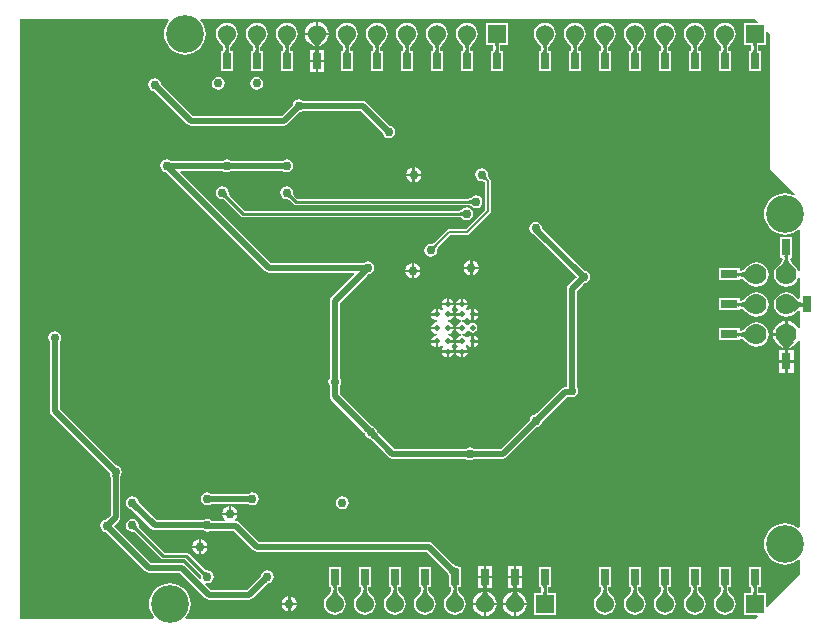
<source format=gbl>
G04*
G04 #@! TF.GenerationSoftware,Altium Limited,Altium Designer,19.1.5 (86)*
G04*
G04 Layer_Physical_Order=2*
G04 Layer_Color=16711680*
%FSLAX25Y25*%
%MOIN*%
G70*
G01*
G75*
%ADD11C,0.01000*%
%ADD37R,0.02800X0.05600*%
%ADD38R,0.05600X0.02800*%
%ADD51C,0.02000*%
%ADD52C,0.00800*%
%ADD53C,0.07000*%
%ADD54C,0.01968*%
%ADD55R,0.06000X0.06000*%
%ADD56C,0.06000*%
%ADD57C,0.12598*%
%ADD58C,0.03000*%
G36*
X250905Y197002D02*
X250820Y196972D01*
X250745Y196922D01*
X250680Y196852D01*
X250625Y196762D01*
X250580Y196652D01*
X250545Y196522D01*
X250520Y196372D01*
X250505Y196202D01*
X250500Y196012D01*
X249500D01*
X249495Y196202D01*
X249480Y196372D01*
X249455Y196522D01*
X249420Y196652D01*
X249375Y196762D01*
X249320Y196852D01*
X249255Y196922D01*
X249180Y196972D01*
X249095Y197002D01*
X249000Y197012D01*
X251000D01*
X250905Y197002D01*
D02*
G37*
G36*
X250505Y194596D02*
X250520Y194424D01*
X250545Y194272D01*
X250580Y194140D01*
X250625Y194029D01*
X250680Y193938D01*
X250745Y193867D01*
X250820Y193816D01*
X250905Y193786D01*
X251000Y193776D01*
X249000D01*
X249095Y193786D01*
X249180Y193816D01*
X249255Y193867D01*
X249320Y193938D01*
X249375Y194029D01*
X249420Y194140D01*
X249455Y194272D01*
X249480Y194424D01*
X249495Y194596D01*
X249500Y194788D01*
X250500D01*
X250505Y194596D01*
D02*
G37*
G36*
X250938Y204062D02*
X250747Y203600D01*
X246400D01*
Y196400D01*
X248815D01*
X248820Y196384D01*
X248835Y196290D01*
X248846Y196165D01*
X248851Y195995D01*
X248879Y195933D01*
Y194867D01*
X248851Y194805D01*
X248846Y194632D01*
X248835Y194505D01*
X248819Y194408D01*
X248817Y194400D01*
X248000D01*
Y187600D01*
X252000D01*
Y194400D01*
X251183D01*
X251181Y194408D01*
X251165Y194505D01*
X251154Y194632D01*
X251149Y194805D01*
X251121Y194867D01*
Y195933D01*
X251149Y195995D01*
X251154Y196165D01*
X251165Y196290D01*
X251180Y196384D01*
X251185Y196400D01*
X253600D01*
Y200747D01*
X254062Y200938D01*
X255000Y200000D01*
Y155000D01*
X263459Y146541D01*
X263158Y146135D01*
X262653Y146405D01*
X261352Y146799D01*
X260000Y146933D01*
X258647Y146799D01*
X257347Y146405D01*
X256149Y145764D01*
X255098Y144902D01*
X254236Y143851D01*
X253595Y142653D01*
X253201Y141352D01*
X253067Y140000D01*
X253201Y138647D01*
X253595Y137347D01*
X254236Y136149D01*
X255098Y135098D01*
X256149Y134236D01*
X257347Y133595D01*
X258647Y133201D01*
X260000Y133067D01*
X261352Y133201D01*
X262653Y133595D01*
X263851Y134236D01*
X264500Y134768D01*
X265000Y134531D01*
Y121083D01*
X264500Y120984D01*
X264132Y121871D01*
X263477Y122725D01*
X263463Y122759D01*
X263105Y123121D01*
X262508Y123795D01*
X262279Y124092D01*
X262087Y124372D01*
X261937Y124629D01*
X261826Y124859D01*
X261810Y124903D01*
X261995Y125265D01*
X262157Y125403D01*
X262551D01*
Y132203D01*
X258551D01*
Y125403D01*
X258945D01*
X259107Y125266D01*
X259292Y124903D01*
X259276Y124859D01*
X259166Y124629D01*
X259015Y124372D01*
X258823Y124092D01*
X258595Y123795D01*
X257997Y123121D01*
X257639Y122759D01*
X257626Y122725D01*
X256970Y121871D01*
X256557Y120873D01*
X256416Y119803D01*
X256557Y118733D01*
X256970Y117735D01*
X257627Y116879D01*
X258484Y116222D01*
X259481Y115809D01*
X260551Y115668D01*
X261621Y115809D01*
X262619Y116222D01*
X263475Y116879D01*
X264132Y117735D01*
X264500Y118623D01*
X265000Y118523D01*
Y112039D01*
X264643Y111820D01*
X264500Y111798D01*
X263870Y112357D01*
X263507Y112715D01*
X263474Y112729D01*
X262619Y113384D01*
X261621Y113798D01*
X260551Y113938D01*
X259481Y113798D01*
X258484Y113384D01*
X257627Y112727D01*
X256970Y111871D01*
X256557Y110873D01*
X256416Y109803D01*
X256557Y108733D01*
X256970Y107735D01*
X257627Y106879D01*
X258484Y106222D01*
X259481Y105809D01*
X260551Y105668D01*
X261621Y105809D01*
X262619Y106222D01*
X263474Y106878D01*
X263507Y106891D01*
X263869Y107249D01*
X264500Y107808D01*
X264643Y107786D01*
X265000Y107567D01*
Y102128D01*
X264500Y102029D01*
X264482Y102073D01*
X263761Y103013D01*
X262821Y103734D01*
X261726Y104187D01*
X260951Y104289D01*
Y99803D01*
Y97304D01*
X263001D01*
X262631Y96929D01*
X262007Y96225D01*
X261753Y95896D01*
X261539Y95582D01*
X261419Y95379D01*
X261726Y95419D01*
X262821Y95872D01*
X263761Y96594D01*
X264482Y97534D01*
X264500Y97577D01*
X265000Y97478D01*
Y35469D01*
X264500Y35232D01*
X263851Y35764D01*
X262653Y36405D01*
X261352Y36799D01*
X260000Y36933D01*
X258647Y36799D01*
X257347Y36405D01*
X256149Y35764D01*
X255098Y34902D01*
X254236Y33852D01*
X253595Y32653D01*
X253201Y31352D01*
X253067Y30000D01*
X253201Y28648D01*
X253595Y27347D01*
X254236Y26149D01*
X255098Y25098D01*
X256149Y24236D01*
X257347Y23595D01*
X258647Y23201D01*
X260000Y23067D01*
X261352Y23201D01*
X262653Y23595D01*
X263851Y24236D01*
X264500Y24768D01*
X265000Y24532D01*
Y20000D01*
X254062Y9062D01*
X253600Y9253D01*
Y13600D01*
X251183D01*
X251181Y13608D01*
X251165Y13705D01*
X251154Y13833D01*
X251149Y14005D01*
X251121Y14067D01*
Y15133D01*
X251149Y15195D01*
X251154Y15368D01*
X251165Y15495D01*
X251181Y15592D01*
X251183Y15600D01*
X252000D01*
Y22400D01*
X248000D01*
Y15600D01*
X248817D01*
X248819Y15592D01*
X248835Y15495D01*
X248846Y15368D01*
X248851Y15195D01*
X248879Y15133D01*
Y14067D01*
X248851Y14005D01*
X248846Y13833D01*
X248835Y13705D01*
X248819Y13608D01*
X248817Y13600D01*
X246400D01*
Y6400D01*
X250747D01*
X250938Y5938D01*
X250000Y5000D01*
X60469D01*
X60232Y5500D01*
X60764Y6148D01*
X61405Y7347D01*
X61799Y8647D01*
X61933Y10000D01*
X61799Y11353D01*
X61405Y12653D01*
X60764Y13851D01*
X59902Y14902D01*
X58851Y15764D01*
X57653Y16405D01*
X56353Y16799D01*
X55000Y16933D01*
X53648Y16799D01*
X52347Y16405D01*
X51148Y15764D01*
X50098Y14902D01*
X49236Y13851D01*
X48595Y12653D01*
X48201Y11353D01*
X48067Y10000D01*
X48201Y8647D01*
X48595Y7347D01*
X49236Y6148D01*
X49768Y5500D01*
X49531Y5000D01*
X5000D01*
Y205000D01*
X54531D01*
X54768Y204500D01*
X54236Y203852D01*
X53595Y202653D01*
X53201Y201353D01*
X53067Y200000D01*
X53201Y198647D01*
X53595Y197347D01*
X54236Y196149D01*
X55098Y195098D01*
X56148Y194236D01*
X57347Y193595D01*
X58648Y193201D01*
X60000Y193067D01*
X61352Y193201D01*
X62653Y193595D01*
X63851Y194236D01*
X64902Y195098D01*
X65764Y196149D01*
X66405Y197347D01*
X66799Y198647D01*
X66933Y200000D01*
X66799Y201353D01*
X66405Y202653D01*
X65764Y203852D01*
X65232Y204500D01*
X65469Y205000D01*
X250000D01*
X250938Y204062D01*
D02*
G37*
G36*
X261456Y126017D02*
X261371Y125987D01*
X261296Y125936D01*
X261231Y125865D01*
X261176Y125774D01*
X261131Y125663D01*
X261096Y125531D01*
X261071Y125379D01*
X261060Y125255D01*
X261071Y125129D01*
X261129Y124876D01*
X261227Y124607D01*
X261363Y124323D01*
X261539Y124024D01*
X261753Y123710D01*
X262007Y123381D01*
X262631Y122677D01*
X263001Y122303D01*
X258101D01*
X258472Y122677D01*
X259096Y123381D01*
X259349Y123710D01*
X259564Y124024D01*
X259739Y124323D01*
X259876Y124607D01*
X259973Y124876D01*
X260032Y125129D01*
X260042Y125255D01*
X260031Y125379D01*
X260006Y125531D01*
X259971Y125663D01*
X259926Y125774D01*
X259871Y125865D01*
X259806Y125936D01*
X259731Y125987D01*
X259646Y126017D01*
X259551Y126027D01*
X261551D01*
X261456Y126017D01*
D02*
G37*
G36*
X263425Y111883D02*
X264129Y111259D01*
X264458Y111005D01*
X264773Y110791D01*
X265071Y110615D01*
X265355Y110479D01*
X265624Y110381D01*
X265692Y110365D01*
X265760Y110383D01*
X265871Y110428D01*
X265962Y110483D01*
X266033Y110548D01*
X266084Y110623D01*
X266114Y110708D01*
X266124Y110803D01*
Y108803D01*
X266114Y108898D01*
X266084Y108983D01*
X266033Y109058D01*
X265962Y109123D01*
X265871Y109178D01*
X265760Y109223D01*
X265692Y109241D01*
X265624Y109225D01*
X265355Y109128D01*
X265071Y108991D01*
X264773Y108816D01*
X264458Y108601D01*
X264129Y108348D01*
X263425Y107724D01*
X263051Y107353D01*
Y112253D01*
X263425Y111883D01*
D02*
G37*
G36*
X250905Y16214D02*
X250820Y16183D01*
X250745Y16133D01*
X250680Y16062D01*
X250625Y15971D01*
X250580Y15860D01*
X250545Y15728D01*
X250520Y15576D01*
X250505Y15404D01*
X250500Y15212D01*
X249500D01*
X249495Y15404D01*
X249480Y15576D01*
X249455Y15728D01*
X249420Y15860D01*
X249375Y15971D01*
X249320Y16062D01*
X249255Y16133D01*
X249180Y16183D01*
X249095Y16214D01*
X249000Y16224D01*
X251000D01*
X250905Y16214D01*
D02*
G37*
G36*
X250505Y13796D02*
X250520Y13624D01*
X250545Y13472D01*
X250580Y13340D01*
X250625Y13229D01*
X250680Y13138D01*
X250745Y13067D01*
X250820Y13016D01*
X250905Y12986D01*
X251000Y12976D01*
X249000D01*
X249095Y12986D01*
X249180Y13016D01*
X249255Y13067D01*
X249320Y13138D01*
X249375Y13229D01*
X249420Y13340D01*
X249455Y13472D01*
X249480Y13624D01*
X249495Y13796D01*
X249500Y13988D01*
X250500D01*
X250505Y13796D01*
D02*
G37*
%LPC*%
G36*
X104400Y203982D02*
Y200400D01*
X107982D01*
X107897Y201044D01*
X107494Y202017D01*
X106853Y202853D01*
X106017Y203494D01*
X105044Y203897D01*
X104400Y203982D01*
D02*
G37*
G36*
X103600D02*
X102956Y203897D01*
X101983Y203494D01*
X101147Y202853D01*
X100506Y202017D01*
X100103Y201044D01*
X100018Y200400D01*
X103600D01*
Y203982D01*
D02*
G37*
G36*
X107982Y199600D02*
X104400D01*
Y197858D01*
X106100D01*
X105796Y197549D01*
X105284Y196964D01*
X105076Y196686D01*
X104900Y196420D01*
X104756Y196163D01*
X104708Y196059D01*
X105044Y196103D01*
X106017Y196506D01*
X106853Y197147D01*
X107494Y197983D01*
X107897Y198956D01*
X107982Y199600D01*
D02*
G37*
G36*
X103600D02*
X100018D01*
X100103Y198956D01*
X100506Y197983D01*
X101147Y197147D01*
X101983Y196506D01*
X102956Y196103D01*
X103292Y196059D01*
X103244Y196163D01*
X103100Y196420D01*
X102924Y196686D01*
X102716Y196964D01*
X102204Y197549D01*
X101900Y197858D01*
X103600D01*
Y199600D01*
D02*
G37*
G36*
X106400Y194800D02*
X104400D01*
Y194788D01*
X104500D01*
X104505Y194596D01*
X104520Y194424D01*
X104545Y194272D01*
X104580Y194140D01*
X104625Y194029D01*
X104680Y193938D01*
X104745Y193867D01*
X104820Y193816D01*
X104905Y193786D01*
X105000Y193776D01*
X104400D01*
Y191400D01*
X106400D01*
Y194800D01*
D02*
G37*
G36*
X103600D02*
X101600D01*
Y191400D01*
X103600D01*
Y193776D01*
X103000D01*
X103095Y193786D01*
X103180Y193816D01*
X103255Y193867D01*
X103320Y193938D01*
X103375Y194029D01*
X103420Y194140D01*
X103455Y194272D01*
X103480Y194424D01*
X103495Y194596D01*
X103500Y194788D01*
X103600D01*
Y194800D01*
D02*
G37*
G36*
X240000Y203631D02*
X239060Y203507D01*
X238184Y203145D01*
X237433Y202568D01*
X236855Y201816D01*
X236493Y200940D01*
X236369Y200000D01*
X236493Y199060D01*
X236855Y198185D01*
X237417Y197453D01*
X237437Y197402D01*
X237728Y197107D01*
X238211Y196554D01*
X238393Y196312D01*
X238545Y196081D01*
X238664Y195869D01*
X238752Y195678D01*
X238809Y195509D01*
X238840Y195364D01*
X238852Y195194D01*
X238878Y195142D01*
Y194867D01*
X238851Y194805D01*
X238846Y194632D01*
X238835Y194505D01*
X238819Y194408D01*
X238817Y194400D01*
X238000D01*
Y187600D01*
X242000D01*
Y194400D01*
X241183D01*
X241181Y194408D01*
X241165Y194505D01*
X241154Y194632D01*
X241149Y194805D01*
X241122Y194867D01*
Y195142D01*
X241148Y195194D01*
X241160Y195364D01*
X241191Y195509D01*
X241248Y195678D01*
X241336Y195869D01*
X241455Y196081D01*
X241607Y196312D01*
X241789Y196554D01*
X242272Y197107D01*
X242563Y197402D01*
X242583Y197453D01*
X243145Y198185D01*
X243507Y199060D01*
X243631Y200000D01*
X243507Y200940D01*
X243145Y201816D01*
X242567Y202568D01*
X241815Y203145D01*
X240940Y203507D01*
X240000Y203631D01*
D02*
G37*
G36*
X230000D02*
X229060Y203507D01*
X228185Y203145D01*
X227432Y202568D01*
X226855Y201816D01*
X226493Y200940D01*
X226369Y200000D01*
X226493Y199060D01*
X226855Y198185D01*
X227417Y197453D01*
X227437Y197402D01*
X227728Y197107D01*
X228211Y196554D01*
X228393Y196312D01*
X228545Y196081D01*
X228664Y195869D01*
X228751Y195678D01*
X228809Y195509D01*
X228840Y195364D01*
X228852Y195194D01*
X228878Y195142D01*
Y194867D01*
X228851Y194805D01*
X228846Y194632D01*
X228835Y194505D01*
X228819Y194408D01*
X228817Y194400D01*
X228000D01*
Y187600D01*
X232000D01*
Y194400D01*
X231183D01*
X231181Y194408D01*
X231165Y194505D01*
X231154Y194632D01*
X231149Y194805D01*
X231121Y194867D01*
Y195142D01*
X231148Y195194D01*
X231160Y195364D01*
X231191Y195509D01*
X231248Y195678D01*
X231336Y195869D01*
X231455Y196081D01*
X231607Y196312D01*
X231789Y196554D01*
X232272Y197107D01*
X232563Y197402D01*
X232583Y197453D01*
X233145Y198185D01*
X233507Y199060D01*
X233631Y200000D01*
X233507Y200940D01*
X233145Y201816D01*
X232568Y202568D01*
X231816Y203145D01*
X230940Y203507D01*
X230000Y203631D01*
D02*
G37*
G36*
X220000D02*
X219060Y203507D01*
X218184Y203145D01*
X217432Y202568D01*
X216855Y201816D01*
X216493Y200940D01*
X216369Y200000D01*
X216493Y199060D01*
X216855Y198185D01*
X217417Y197453D01*
X217437Y197402D01*
X217728Y197107D01*
X218211Y196554D01*
X218393Y196312D01*
X218545Y196081D01*
X218664Y195869D01*
X218752Y195678D01*
X218809Y195509D01*
X218840Y195364D01*
X218852Y195194D01*
X218879Y195142D01*
Y194867D01*
X218851Y194805D01*
X218846Y194632D01*
X218835Y194505D01*
X218819Y194408D01*
X218817Y194400D01*
X218000D01*
Y187600D01*
X222000D01*
Y194400D01*
X221183D01*
X221181Y194408D01*
X221165Y194505D01*
X221154Y194632D01*
X221149Y194805D01*
X221122Y194867D01*
Y195142D01*
X221148Y195194D01*
X221160Y195364D01*
X221191Y195509D01*
X221249Y195678D01*
X221336Y195869D01*
X221455Y196081D01*
X221607Y196312D01*
X221789Y196554D01*
X222272Y197107D01*
X222563Y197402D01*
X222583Y197453D01*
X223145Y198185D01*
X223507Y199060D01*
X223631Y200000D01*
X223507Y200940D01*
X223145Y201816D01*
X222568Y202568D01*
X221815Y203145D01*
X220940Y203507D01*
X220000Y203631D01*
D02*
G37*
G36*
X210000D02*
X209060Y203507D01*
X208185Y203145D01*
X207433Y202568D01*
X206855Y201816D01*
X206493Y200940D01*
X206369Y200000D01*
X206493Y199060D01*
X206855Y198185D01*
X207417Y197453D01*
X207437Y197402D01*
X207728Y197107D01*
X208211Y196554D01*
X208393Y196312D01*
X208545Y196081D01*
X208664Y195869D01*
X208752Y195678D01*
X208809Y195509D01*
X208840Y195364D01*
X208852Y195194D01*
X208878Y195142D01*
Y194867D01*
X208851Y194805D01*
X208846Y194632D01*
X208835Y194505D01*
X208819Y194408D01*
X208817Y194400D01*
X208000D01*
Y187600D01*
X212000D01*
Y194400D01*
X211183D01*
X211181Y194408D01*
X211165Y194505D01*
X211154Y194632D01*
X211149Y194805D01*
X211122Y194867D01*
Y195142D01*
X211148Y195194D01*
X211160Y195364D01*
X211191Y195509D01*
X211248Y195678D01*
X211336Y195869D01*
X211455Y196081D01*
X211607Y196312D01*
X211789Y196554D01*
X212272Y197107D01*
X212563Y197402D01*
X212583Y197453D01*
X213145Y198185D01*
X213507Y199060D01*
X213631Y200000D01*
X213507Y200940D01*
X213145Y201816D01*
X212567Y202568D01*
X211816Y203145D01*
X210940Y203507D01*
X210000Y203631D01*
D02*
G37*
G36*
X200000D02*
X199060Y203507D01*
X198185Y203145D01*
X197432Y202568D01*
X196855Y201816D01*
X196493Y200940D01*
X196369Y200000D01*
X196493Y199060D01*
X196855Y198185D01*
X197417Y197453D01*
X197437Y197402D01*
X197728Y197107D01*
X198211Y196554D01*
X198393Y196312D01*
X198545Y196081D01*
X198664Y195869D01*
X198751Y195678D01*
X198809Y195509D01*
X198840Y195364D01*
X198852Y195194D01*
X198878Y195142D01*
Y194867D01*
X198851Y194805D01*
X198846Y194632D01*
X198835Y194505D01*
X198819Y194408D01*
X198817Y194400D01*
X198000D01*
Y187600D01*
X202000D01*
Y194400D01*
X201183D01*
X201181Y194408D01*
X201165Y194505D01*
X201154Y194632D01*
X201149Y194805D01*
X201122Y194867D01*
Y195142D01*
X201148Y195194D01*
X201160Y195364D01*
X201191Y195509D01*
X201249Y195678D01*
X201336Y195869D01*
X201455Y196081D01*
X201607Y196312D01*
X201789Y196554D01*
X202272Y197107D01*
X202563Y197402D01*
X202583Y197453D01*
X203145Y198185D01*
X203507Y199060D01*
X203631Y200000D01*
X203507Y200940D01*
X203145Y201816D01*
X202568Y202568D01*
X201816Y203145D01*
X200940Y203507D01*
X200000Y203631D01*
D02*
G37*
G36*
X190000D02*
X189060Y203507D01*
X188184Y203145D01*
X187432Y202568D01*
X186855Y201816D01*
X186493Y200940D01*
X186369Y200000D01*
X186493Y199060D01*
X186855Y198185D01*
X187417Y197453D01*
X187437Y197402D01*
X187728Y197107D01*
X188211Y196554D01*
X188393Y196312D01*
X188545Y196081D01*
X188664Y195869D01*
X188751Y195678D01*
X188809Y195509D01*
X188840Y195364D01*
X188852Y195194D01*
X188878Y195142D01*
Y194867D01*
X188851Y194805D01*
X188846Y194632D01*
X188835Y194505D01*
X188819Y194408D01*
X188817Y194400D01*
X188000D01*
Y187600D01*
X192000D01*
Y194400D01*
X191183D01*
X191181Y194408D01*
X191165Y194505D01*
X191154Y194632D01*
X191149Y194805D01*
X191122Y194867D01*
Y195142D01*
X191148Y195194D01*
X191160Y195364D01*
X191191Y195509D01*
X191249Y195678D01*
X191336Y195869D01*
X191455Y196081D01*
X191607Y196312D01*
X191789Y196554D01*
X192272Y197107D01*
X192563Y197402D01*
X192583Y197453D01*
X193145Y198185D01*
X193507Y199060D01*
X193631Y200000D01*
X193507Y200940D01*
X193145Y201816D01*
X192568Y202568D01*
X191815Y203145D01*
X190940Y203507D01*
X190000Y203631D01*
D02*
G37*
G36*
X180000D02*
X179060Y203507D01*
X178184Y203145D01*
X177432Y202568D01*
X176855Y201816D01*
X176493Y200940D01*
X176369Y200000D01*
X176493Y199060D01*
X176855Y198185D01*
X177417Y197453D01*
X177437Y197402D01*
X177728Y197107D01*
X178211Y196554D01*
X178393Y196312D01*
X178545Y196081D01*
X178664Y195869D01*
X178752Y195678D01*
X178809Y195509D01*
X178840Y195364D01*
X178852Y195194D01*
X178878Y195142D01*
Y194867D01*
X178851Y194805D01*
X178846Y194632D01*
X178835Y194505D01*
X178819Y194408D01*
X178817Y194400D01*
X178000D01*
Y187600D01*
X182000D01*
Y194400D01*
X181183D01*
X181181Y194408D01*
X181165Y194505D01*
X181154Y194632D01*
X181149Y194805D01*
X181122Y194867D01*
Y195142D01*
X181148Y195194D01*
X181160Y195364D01*
X181191Y195509D01*
X181248Y195678D01*
X181336Y195869D01*
X181455Y196081D01*
X181607Y196312D01*
X181789Y196554D01*
X182272Y197107D01*
X182563Y197402D01*
X182583Y197453D01*
X183145Y198185D01*
X183507Y199060D01*
X183631Y200000D01*
X183507Y200940D01*
X183145Y201816D01*
X182568Y202568D01*
X181816Y203145D01*
X180940Y203507D01*
X180000Y203631D01*
D02*
G37*
G36*
X167600Y203600D02*
X160400D01*
Y196400D01*
X162815D01*
X162820Y196384D01*
X162835Y196290D01*
X162846Y196165D01*
X162851Y195995D01*
X162878Y195933D01*
Y194867D01*
X162851Y194805D01*
X162846Y194632D01*
X162835Y194505D01*
X162819Y194408D01*
X162817Y194400D01*
X162000D01*
Y187600D01*
X166000D01*
Y194400D01*
X165183D01*
X165181Y194408D01*
X165165Y194505D01*
X165154Y194632D01*
X165149Y194805D01*
X165122Y194867D01*
Y195933D01*
X165149Y195995D01*
X165154Y196165D01*
X165165Y196290D01*
X165180Y196384D01*
X165185Y196400D01*
X167600D01*
Y203600D01*
D02*
G37*
G36*
X154000Y203631D02*
X153060Y203507D01*
X152184Y203145D01*
X151432Y202568D01*
X150855Y201816D01*
X150493Y200940D01*
X150369Y200000D01*
X150493Y199060D01*
X150855Y198185D01*
X151417Y197453D01*
X151437Y197402D01*
X151728Y197107D01*
X152211Y196554D01*
X152393Y196312D01*
X152545Y196081D01*
X152664Y195869D01*
X152752Y195678D01*
X152809Y195509D01*
X152840Y195364D01*
X152852Y195194D01*
X152878Y195142D01*
Y194867D01*
X152851Y194805D01*
X152846Y194632D01*
X152835Y194505D01*
X152819Y194408D01*
X152817Y194400D01*
X152000D01*
Y187600D01*
X156000D01*
Y194400D01*
X155183D01*
X155181Y194408D01*
X155165Y194505D01*
X155154Y194632D01*
X155149Y194805D01*
X155122Y194867D01*
Y195142D01*
X155148Y195194D01*
X155160Y195364D01*
X155191Y195509D01*
X155248Y195678D01*
X155336Y195869D01*
X155455Y196081D01*
X155607Y196312D01*
X155789Y196554D01*
X156272Y197107D01*
X156563Y197402D01*
X156583Y197453D01*
X157145Y198185D01*
X157507Y199060D01*
X157631Y200000D01*
X157507Y200940D01*
X157145Y201816D01*
X156568Y202568D01*
X155815Y203145D01*
X154940Y203507D01*
X154000Y203631D01*
D02*
G37*
G36*
X144000D02*
X143060Y203507D01*
X142184Y203145D01*
X141432Y202568D01*
X140855Y201816D01*
X140493Y200940D01*
X140369Y200000D01*
X140493Y199060D01*
X140855Y198185D01*
X141417Y197453D01*
X141437Y197402D01*
X141728Y197107D01*
X142211Y196554D01*
X142393Y196312D01*
X142545Y196081D01*
X142664Y195869D01*
X142752Y195678D01*
X142809Y195509D01*
X142840Y195364D01*
X142852Y195194D01*
X142878Y195142D01*
Y194867D01*
X142851Y194805D01*
X142846Y194632D01*
X142835Y194505D01*
X142819Y194408D01*
X142817Y194400D01*
X142000D01*
Y187600D01*
X146000D01*
Y194400D01*
X145183D01*
X145181Y194408D01*
X145165Y194505D01*
X145154Y194632D01*
X145149Y194805D01*
X145122Y194867D01*
Y195142D01*
X145148Y195194D01*
X145160Y195364D01*
X145191Y195509D01*
X145248Y195678D01*
X145336Y195869D01*
X145455Y196081D01*
X145607Y196312D01*
X145789Y196554D01*
X146272Y197107D01*
X146563Y197402D01*
X146583Y197453D01*
X147145Y198185D01*
X147507Y199060D01*
X147631Y200000D01*
X147507Y200940D01*
X147145Y201816D01*
X146568Y202568D01*
X145816Y203145D01*
X144940Y203507D01*
X144000Y203631D01*
D02*
G37*
G36*
X134000D02*
X133060Y203507D01*
X132185Y203145D01*
X131432Y202568D01*
X130855Y201816D01*
X130493Y200940D01*
X130369Y200000D01*
X130493Y199060D01*
X130855Y198185D01*
X131417Y197453D01*
X131437Y197402D01*
X131728Y197107D01*
X132211Y196554D01*
X132393Y196312D01*
X132545Y196081D01*
X132664Y195869D01*
X132752Y195678D01*
X132809Y195509D01*
X132840Y195364D01*
X132852Y195194D01*
X132878Y195142D01*
Y194867D01*
X132851Y194805D01*
X132846Y194632D01*
X132835Y194505D01*
X132819Y194408D01*
X132817Y194400D01*
X132000D01*
Y187600D01*
X136000D01*
Y194400D01*
X135183D01*
X135181Y194408D01*
X135165Y194505D01*
X135154Y194632D01*
X135149Y194805D01*
X135122Y194867D01*
Y195142D01*
X135148Y195194D01*
X135160Y195364D01*
X135191Y195509D01*
X135248Y195678D01*
X135336Y195869D01*
X135455Y196081D01*
X135607Y196312D01*
X135789Y196554D01*
X136272Y197107D01*
X136563Y197402D01*
X136583Y197453D01*
X137145Y198185D01*
X137507Y199060D01*
X137631Y200000D01*
X137507Y200940D01*
X137145Y201816D01*
X136568Y202568D01*
X135816Y203145D01*
X134940Y203507D01*
X134000Y203631D01*
D02*
G37*
G36*
X124000D02*
X123060Y203507D01*
X122185Y203145D01*
X121432Y202568D01*
X120855Y201816D01*
X120493Y200940D01*
X120369Y200000D01*
X120493Y199060D01*
X120855Y198185D01*
X121417Y197453D01*
X121437Y197402D01*
X121728Y197107D01*
X122211Y196554D01*
X122393Y196312D01*
X122545Y196081D01*
X122664Y195869D01*
X122751Y195678D01*
X122809Y195509D01*
X122840Y195364D01*
X122852Y195194D01*
X122878Y195142D01*
Y194867D01*
X122851Y194805D01*
X122846Y194632D01*
X122835Y194505D01*
X122819Y194408D01*
X122817Y194400D01*
X122000D01*
Y187600D01*
X126000D01*
Y194400D01*
X125183D01*
X125181Y194408D01*
X125165Y194505D01*
X125154Y194632D01*
X125149Y194805D01*
X125122Y194867D01*
Y195142D01*
X125148Y195194D01*
X125160Y195364D01*
X125191Y195509D01*
X125249Y195678D01*
X125336Y195869D01*
X125455Y196081D01*
X125607Y196312D01*
X125789Y196554D01*
X126272Y197107D01*
X126563Y197402D01*
X126583Y197453D01*
X127145Y198185D01*
X127507Y199060D01*
X127631Y200000D01*
X127507Y200940D01*
X127145Y201816D01*
X126568Y202568D01*
X125815Y203145D01*
X124940Y203507D01*
X124000Y203631D01*
D02*
G37*
G36*
X114000D02*
X113060Y203507D01*
X112185Y203145D01*
X111432Y202568D01*
X110855Y201816D01*
X110493Y200940D01*
X110369Y200000D01*
X110493Y199060D01*
X110855Y198185D01*
X111417Y197453D01*
X111437Y197402D01*
X111728Y197107D01*
X112211Y196554D01*
X112393Y196312D01*
X112545Y196081D01*
X112664Y195869D01*
X112751Y195678D01*
X112809Y195509D01*
X112840Y195364D01*
X112852Y195194D01*
X112878Y195142D01*
Y194867D01*
X112851Y194805D01*
X112846Y194632D01*
X112835Y194505D01*
X112819Y194408D01*
X112817Y194400D01*
X112000D01*
Y187600D01*
X116000D01*
Y194400D01*
X115183D01*
X115181Y194408D01*
X115165Y194505D01*
X115154Y194632D01*
X115149Y194805D01*
X115122Y194867D01*
Y195142D01*
X115148Y195194D01*
X115160Y195364D01*
X115191Y195509D01*
X115249Y195678D01*
X115336Y195869D01*
X115455Y196081D01*
X115607Y196312D01*
X115789Y196554D01*
X116272Y197107D01*
X116563Y197402D01*
X116583Y197453D01*
X117145Y198185D01*
X117507Y199060D01*
X117631Y200000D01*
X117507Y200940D01*
X117145Y201816D01*
X116568Y202568D01*
X115815Y203145D01*
X114940Y203507D01*
X114000Y203631D01*
D02*
G37*
G36*
X94000D02*
X93060Y203507D01*
X92185Y203145D01*
X91432Y202568D01*
X90855Y201816D01*
X90493Y200940D01*
X90369Y200000D01*
X90493Y199060D01*
X90855Y198185D01*
X91417Y197453D01*
X91438Y197402D01*
X91728Y197107D01*
X92211Y196554D01*
X92393Y196312D01*
X92545Y196081D01*
X92664Y195869D01*
X92751Y195678D01*
X92809Y195509D01*
X92840Y195364D01*
X92852Y195194D01*
X92878Y195142D01*
Y194867D01*
X92851Y194805D01*
X92846Y194632D01*
X92835Y194505D01*
X92819Y194408D01*
X92817Y194400D01*
X92000D01*
Y187600D01*
X96000D01*
Y194400D01*
X95183D01*
X95181Y194408D01*
X95165Y194505D01*
X95154Y194632D01*
X95149Y194805D01*
X95122Y194867D01*
Y195142D01*
X95148Y195194D01*
X95160Y195364D01*
X95191Y195509D01*
X95249Y195678D01*
X95336Y195869D01*
X95455Y196081D01*
X95607Y196312D01*
X95789Y196554D01*
X96272Y197107D01*
X96562Y197402D01*
X96583Y197453D01*
X97145Y198185D01*
X97507Y199060D01*
X97631Y200000D01*
X97507Y200940D01*
X97145Y201816D01*
X96568Y202568D01*
X95815Y203145D01*
X94940Y203507D01*
X94000Y203631D01*
D02*
G37*
G36*
X84000D02*
X83060Y203507D01*
X82184Y203145D01*
X81432Y202568D01*
X80855Y201816D01*
X80493Y200940D01*
X80369Y200000D01*
X80493Y199060D01*
X80855Y198185D01*
X81417Y197453D01*
X81437Y197402D01*
X81728Y197107D01*
X82211Y196554D01*
X82393Y196312D01*
X82545Y196081D01*
X82664Y195869D01*
X82752Y195678D01*
X82809Y195509D01*
X82840Y195364D01*
X82852Y195194D01*
X82878Y195142D01*
Y194867D01*
X82851Y194805D01*
X82846Y194632D01*
X82835Y194505D01*
X82819Y194408D01*
X82817Y194400D01*
X82000D01*
Y187600D01*
X86000D01*
Y194400D01*
X85183D01*
X85181Y194408D01*
X85165Y194505D01*
X85154Y194632D01*
X85149Y194805D01*
X85122Y194867D01*
Y195142D01*
X85148Y195194D01*
X85160Y195364D01*
X85191Y195509D01*
X85249Y195678D01*
X85336Y195869D01*
X85455Y196081D01*
X85607Y196312D01*
X85789Y196554D01*
X86272Y197107D01*
X86563Y197402D01*
X86583Y197453D01*
X87145Y198185D01*
X87507Y199060D01*
X87631Y200000D01*
X87507Y200940D01*
X87145Y201816D01*
X86568Y202568D01*
X85816Y203145D01*
X84940Y203507D01*
X84000Y203631D01*
D02*
G37*
G36*
X74000D02*
X73060Y203507D01*
X72184Y203145D01*
X71432Y202568D01*
X70855Y201816D01*
X70493Y200940D01*
X70369Y200000D01*
X70493Y199060D01*
X70855Y198185D01*
X71417Y197453D01*
X71438Y197402D01*
X71728Y197107D01*
X72211Y196554D01*
X72393Y196312D01*
X72545Y196081D01*
X72664Y195869D01*
X72751Y195678D01*
X72809Y195509D01*
X72840Y195364D01*
X72852Y195194D01*
X72878Y195142D01*
Y194867D01*
X72851Y194805D01*
X72846Y194632D01*
X72835Y194505D01*
X72819Y194408D01*
X72817Y194400D01*
X72000D01*
Y187600D01*
X76000D01*
Y194400D01*
X75183D01*
X75181Y194408D01*
X75165Y194505D01*
X75154Y194632D01*
X75149Y194805D01*
X75122Y194867D01*
Y195142D01*
X75148Y195194D01*
X75160Y195364D01*
X75191Y195509D01*
X75248Y195678D01*
X75336Y195869D01*
X75455Y196081D01*
X75607Y196312D01*
X75789Y196554D01*
X76272Y197107D01*
X76562Y197402D01*
X76583Y197453D01*
X77145Y198185D01*
X77507Y199060D01*
X77631Y200000D01*
X77507Y200940D01*
X77145Y201816D01*
X76568Y202568D01*
X75815Y203145D01*
X74940Y203507D01*
X74000Y203631D01*
D02*
G37*
G36*
X106400Y190600D02*
X104400D01*
Y187200D01*
X106400D01*
Y190600D01*
D02*
G37*
G36*
X103600D02*
X101600D01*
Y187200D01*
X103600D01*
Y190600D01*
D02*
G37*
G36*
X84000Y185641D02*
X83181Y185478D01*
X82486Y185014D01*
X82022Y184319D01*
X81859Y183500D01*
X82022Y182681D01*
X82486Y181986D01*
X83181Y181522D01*
X84000Y181359D01*
X84819Y181522D01*
X85514Y181986D01*
X85978Y182681D01*
X86141Y183500D01*
X85978Y184319D01*
X85514Y185014D01*
X84819Y185478D01*
X84000Y185641D01*
D02*
G37*
G36*
X71106D02*
X70287Y185478D01*
X69592Y185014D01*
X69128Y184319D01*
X68965Y183500D01*
X69128Y182681D01*
X69592Y181986D01*
X70287Y181522D01*
X71106Y181359D01*
X71926Y181522D01*
X72620Y181986D01*
X73084Y182681D01*
X73247Y183500D01*
X73084Y184319D01*
X72620Y185014D01*
X71926Y185478D01*
X71106Y185641D01*
D02*
G37*
G36*
X50000Y185141D02*
X49181Y184978D01*
X48486Y184514D01*
X48022Y183819D01*
X47859Y183000D01*
X48022Y182181D01*
X48486Y181486D01*
X49181Y181022D01*
X49688Y180921D01*
X50286Y180383D01*
X50323Y180370D01*
X60847Y169846D01*
X61376Y169493D01*
X62000Y169369D01*
X93000D01*
X93624Y169493D01*
X94153Y169846D01*
X97695Y173388D01*
X97738Y173405D01*
X97855Y173521D01*
X98210Y173860D01*
X98271Y173913D01*
X98819Y174022D01*
X99249Y174309D01*
X100052Y174352D01*
X100088Y174369D01*
X118655D01*
X125388Y167636D01*
X125405Y167593D01*
X125521Y167476D01*
X125860Y167121D01*
X125913Y167060D01*
X126022Y166511D01*
X126486Y165817D01*
X127181Y165352D01*
X128000Y165190D01*
X128819Y165352D01*
X129514Y165817D01*
X129978Y166511D01*
X130141Y167331D01*
X129978Y168150D01*
X129514Y168845D01*
X128819Y169309D01*
X128312Y169410D01*
X127715Y169948D01*
X127677Y169961D01*
X120484Y177154D01*
X119955Y177507D01*
X119331Y177631D01*
X100063D01*
X100020Y177649D01*
X99855Y177650D01*
X99365Y177661D01*
X99284Y177668D01*
X98819Y177978D01*
X98000Y178141D01*
X97181Y177978D01*
X96486Y177514D01*
X96022Y176819D01*
X95921Y176312D01*
X95383Y175715D01*
X95370Y175677D01*
X92324Y172631D01*
X62676D01*
X52613Y182695D01*
X52595Y182738D01*
X52479Y182854D01*
X52140Y183210D01*
X52087Y183271D01*
X51978Y183819D01*
X51514Y184514D01*
X50819Y184978D01*
X50000Y185141D01*
D02*
G37*
G36*
X94000Y158141D02*
X93181Y157978D01*
X92751Y157691D01*
X91948Y157649D01*
X91912Y157631D01*
X76063D01*
X76020Y157649D01*
X75855Y157650D01*
X75365Y157661D01*
X75284Y157668D01*
X74819Y157978D01*
X74000Y158141D01*
X73181Y157978D01*
X72751Y157691D01*
X71948Y157649D01*
X71912Y157631D01*
X56063D01*
X56020Y157649D01*
X55855Y157650D01*
X55365Y157661D01*
X55284Y157668D01*
X54819Y157978D01*
X54000Y158141D01*
X53181Y157978D01*
X52486Y157514D01*
X52022Y156819D01*
X51859Y156000D01*
X52022Y155181D01*
X52486Y154486D01*
X53181Y154022D01*
X53688Y153921D01*
X54286Y153383D01*
X54323Y153370D01*
X86847Y120846D01*
X87376Y120493D01*
X88000Y120369D01*
X116408D01*
X116600Y119907D01*
X108846Y112153D01*
X108493Y111624D01*
X108369Y111000D01*
Y86063D01*
X108351Y86020D01*
X108350Y85855D01*
X108339Y85365D01*
X108332Y85284D01*
X108022Y84819D01*
X107859Y84000D01*
X108022Y83181D01*
X108309Y82751D01*
X108352Y81948D01*
X108369Y81912D01*
Y79158D01*
X108493Y78533D01*
X108846Y78004D01*
X119387Y67463D01*
X119405Y67419D01*
X119521Y67303D01*
X119860Y66948D01*
X119913Y66886D01*
X120022Y66338D01*
X120486Y65644D01*
X121181Y65179D01*
X121688Y65079D01*
X122285Y64541D01*
X122323Y64527D01*
X128004Y58846D01*
X128533Y58493D01*
X129157Y58369D01*
X129157Y58369D01*
X152937D01*
X152980Y58351D01*
X153145Y58350D01*
X153635Y58339D01*
X153716Y58332D01*
X154181Y58022D01*
X155000Y57859D01*
X155819Y58022D01*
X156249Y58309D01*
X157052Y58351D01*
X157088Y58369D01*
X166000D01*
X166624Y58493D01*
X167154Y58846D01*
X176695Y68388D01*
X176738Y68405D01*
X176855Y68521D01*
X177210Y68860D01*
X177271Y68913D01*
X177819Y69022D01*
X178514Y69486D01*
X178978Y70181D01*
X179079Y70688D01*
X179617Y71285D01*
X179630Y71323D01*
X187293Y78986D01*
X187557D01*
X187603Y78974D01*
X187698Y78986D01*
X188361D01*
X189000Y78859D01*
X189819Y79022D01*
X190514Y79486D01*
X190978Y80181D01*
X191141Y81000D01*
X190978Y81819D01*
X190691Y82249D01*
X190648Y83052D01*
X190631Y83088D01*
Y114324D01*
X192695Y116387D01*
X192738Y116405D01*
X192854Y116521D01*
X193210Y116860D01*
X193271Y116913D01*
X193819Y117022D01*
X194514Y117486D01*
X194978Y118181D01*
X195141Y119000D01*
X194978Y119819D01*
X194514Y120514D01*
X193819Y120978D01*
X193312Y121079D01*
X192715Y121617D01*
X192677Y121630D01*
X179635Y134672D01*
X179629Y134696D01*
X179590Y134718D01*
X179573Y134760D01*
X179459Y134875D01*
X179195Y135156D01*
X179139Y135223D01*
X178978Y136032D01*
X178514Y136727D01*
X177819Y137191D01*
X177000Y137354D01*
X176181Y137191D01*
X175486Y136727D01*
X175022Y136032D01*
X174859Y135213D01*
X175022Y134393D01*
X175486Y133699D01*
X176181Y133234D01*
X176493Y133172D01*
X177045Y132622D01*
X177089Y132604D01*
X190387Y119305D01*
X190405Y119262D01*
X190521Y119146D01*
X190650Y119011D01*
X190383Y118714D01*
X190370Y118677D01*
X187847Y116154D01*
X187493Y115624D01*
X187369Y115000D01*
Y83063D01*
X187351Y83020D01*
X187350Y82855D01*
X187339Y82365D01*
X187334Y82301D01*
X186877Y82268D01*
X186728Y82267D01*
X186685Y82249D01*
X186617D01*
X185993Y82125D01*
X185464Y81771D01*
X177305Y73612D01*
X177262Y73595D01*
X177146Y73479D01*
X176790Y73140D01*
X176729Y73087D01*
X176181Y72978D01*
X175486Y72514D01*
X175022Y71819D01*
X174921Y71312D01*
X174383Y70714D01*
X174370Y70677D01*
X165324Y61631D01*
X157063D01*
X157020Y61649D01*
X156855Y61650D01*
X156365Y61661D01*
X156284Y61668D01*
X155819Y61978D01*
X155000Y62141D01*
X154181Y61978D01*
X153751Y61691D01*
X152948Y61648D01*
X152912Y61631D01*
X129833D01*
X124612Y66852D01*
X124595Y66896D01*
X124479Y67012D01*
X124140Y67367D01*
X124087Y67429D01*
X123978Y67977D01*
X123514Y68672D01*
X122819Y69136D01*
X122312Y69236D01*
X121714Y69774D01*
X121677Y69788D01*
X111631Y79833D01*
Y81937D01*
X111649Y81980D01*
X111650Y82145D01*
X111661Y82635D01*
X111668Y82716D01*
X111978Y83181D01*
X112141Y84000D01*
X111978Y84819D01*
X111691Y85249D01*
X111648Y86052D01*
X111631Y86088D01*
Y110324D01*
X120695Y119387D01*
X120738Y119405D01*
X120854Y119521D01*
X121210Y119860D01*
X121271Y119913D01*
X121819Y120022D01*
X122514Y120486D01*
X122978Y121181D01*
X123141Y122000D01*
X122978Y122819D01*
X122514Y123514D01*
X121819Y123978D01*
X121000Y124141D01*
X120181Y123978D01*
X119751Y123691D01*
X118948Y123649D01*
X118912Y123631D01*
X88676D01*
X58400Y153907D01*
X58592Y154369D01*
X71937D01*
X71980Y154351D01*
X72145Y154350D01*
X72635Y154339D01*
X72716Y154332D01*
X73181Y154022D01*
X74000Y153859D01*
X74819Y154022D01*
X75249Y154309D01*
X76052Y154351D01*
X76088Y154369D01*
X91937D01*
X91980Y154351D01*
X92145Y154350D01*
X92635Y154339D01*
X92716Y154332D01*
X93181Y154022D01*
X94000Y153859D01*
X94819Y154022D01*
X95514Y154486D01*
X95978Y155181D01*
X96141Y156000D01*
X95978Y156819D01*
X95514Y157514D01*
X94819Y157978D01*
X94000Y158141D01*
D02*
G37*
G36*
X136676Y155469D02*
Y153400D01*
X138745D01*
X138630Y153975D01*
X138078Y154802D01*
X137251Y155355D01*
X136676Y155469D01*
D02*
G37*
G36*
X135876D02*
X135300Y155355D01*
X134473Y154802D01*
X133921Y153975D01*
X133806Y153400D01*
X135876D01*
Y155469D01*
D02*
G37*
G36*
X138745Y152600D02*
X136676D01*
Y150531D01*
X137251Y150645D01*
X138078Y151198D01*
X138630Y152024D01*
X138745Y152600D01*
D02*
G37*
G36*
X135876D02*
X133806D01*
X133921Y152024D01*
X134473Y151198D01*
X135300Y150645D01*
X135876Y150531D01*
Y152600D01*
D02*
G37*
G36*
X94000Y149141D02*
X93181Y148978D01*
X92486Y148514D01*
X92022Y147819D01*
X91859Y147000D01*
X92022Y146181D01*
X92486Y145486D01*
X93181Y145022D01*
X93967Y144866D01*
X94000Y144851D01*
X94128Y144848D01*
X94228Y144839D01*
X94319Y144823D01*
X94404Y144802D01*
X94482Y144775D01*
X94556Y144743D01*
X94626Y144705D01*
X94694Y144661D01*
X94759Y144610D01*
X94842Y144533D01*
X94903Y144510D01*
X96207Y143207D01*
X96571Y142964D01*
X97000Y142878D01*
X97000Y142878D01*
X154687D01*
X154747Y142851D01*
X154859Y142847D01*
X154942Y142837D01*
X155021Y142820D01*
X155097Y142798D01*
X155172Y142768D01*
X155247Y142731D01*
X155322Y142686D01*
X155397Y142633D01*
X155474Y142569D01*
X155567Y142480D01*
X155601Y142467D01*
X156267Y142022D01*
X157087Y141859D01*
X157906Y142022D01*
X158601Y142486D01*
X159065Y143181D01*
X159228Y144000D01*
X159065Y144819D01*
X158601Y145514D01*
X157906Y145978D01*
X157087Y146141D01*
X156267Y145978D01*
X155601Y145533D01*
X155567Y145520D01*
X155474Y145431D01*
X155397Y145367D01*
X155322Y145314D01*
X155247Y145269D01*
X155172Y145232D01*
X155097Y145203D01*
X155021Y145180D01*
X154942Y145163D01*
X154859Y145153D01*
X154747Y145149D01*
X154687Y145122D01*
X97465D01*
X96490Y146097D01*
X96467Y146158D01*
X96390Y146241D01*
X96339Y146306D01*
X96295Y146374D01*
X96257Y146444D01*
X96225Y146518D01*
X96198Y146596D01*
X96177Y146681D01*
X96162Y146772D01*
X96152Y146872D01*
X96149Y147000D01*
X96135Y147033D01*
X95978Y147819D01*
X95514Y148514D01*
X94819Y148978D01*
X94000Y149141D01*
D02*
G37*
G36*
X72500D02*
X71681Y148978D01*
X70986Y148514D01*
X70522Y147819D01*
X70359Y147000D01*
X70522Y146181D01*
X70986Y145486D01*
X71681Y145022D01*
X72467Y144866D01*
X72500Y144851D01*
X72628Y144848D01*
X72728Y144839D01*
X72819Y144823D01*
X72904Y144802D01*
X72983Y144775D01*
X73056Y144743D01*
X73126Y144705D01*
X73194Y144661D01*
X73259Y144610D01*
X73342Y144533D01*
X73403Y144510D01*
X78707Y139207D01*
X78707Y139207D01*
X79071Y138964D01*
X79500Y138878D01*
X151601D01*
X151660Y138851D01*
X151773Y138847D01*
X151855Y138837D01*
X151934Y138820D01*
X152011Y138797D01*
X152086Y138768D01*
X152160Y138731D01*
X152235Y138686D01*
X152311Y138633D01*
X152387Y138569D01*
X152480Y138480D01*
X152514Y138467D01*
X153181Y138022D01*
X154000Y137859D01*
X154819Y138022D01*
X155514Y138486D01*
X155978Y139181D01*
X156141Y140000D01*
X155978Y140819D01*
X155514Y141514D01*
X154819Y141978D01*
X154000Y142141D01*
X153181Y141978D01*
X152514Y141533D01*
X152480Y141520D01*
X152387Y141431D01*
X152311Y141367D01*
X152235Y141314D01*
X152160Y141269D01*
X152086Y141232D01*
X152011Y141202D01*
X151934Y141180D01*
X151855Y141163D01*
X151773Y141153D01*
X151660Y141149D01*
X151601Y141122D01*
X79965D01*
X74990Y146097D01*
X74967Y146158D01*
X74890Y146241D01*
X74839Y146306D01*
X74795Y146374D01*
X74757Y146444D01*
X74725Y146518D01*
X74698Y146596D01*
X74677Y146681D01*
X74661Y146772D01*
X74652Y146872D01*
X74649Y147000D01*
X74634Y147033D01*
X74478Y147819D01*
X74014Y148514D01*
X73319Y148978D01*
X72500Y149141D01*
D02*
G37*
G36*
X159000Y155141D02*
X158181Y154978D01*
X157486Y154514D01*
X157022Y153819D01*
X156859Y153000D01*
X157022Y152181D01*
X157486Y151486D01*
X158181Y151022D01*
X158974Y150864D01*
X159005Y150851D01*
X159164Y150848D01*
X159295Y150839D01*
X159412Y150823D01*
X159517Y150802D01*
X159609Y150776D01*
X159689Y150746D01*
X159759Y150714D01*
X159818Y150678D01*
X159870Y150640D01*
X159941Y150576D01*
X159980Y150562D01*
Y141422D01*
X153578Y135020D01*
X148158D01*
X147767Y134942D01*
X147436Y134721D01*
X143004Y130289D01*
X142941Y130266D01*
X142870Y130202D01*
X142818Y130164D01*
X142759Y130129D01*
X142689Y130096D01*
X142609Y130066D01*
X142517Y130040D01*
X142412Y130019D01*
X142295Y130004D01*
X142164Y129994D01*
X142005Y129992D01*
X141974Y129979D01*
X141181Y129821D01*
X140486Y129357D01*
X140022Y128662D01*
X139859Y127842D01*
X140022Y127023D01*
X140486Y126329D01*
X141181Y125864D01*
X142000Y125701D01*
X142819Y125864D01*
X143514Y126329D01*
X143978Y127023D01*
X144136Y127817D01*
X144149Y127847D01*
X144152Y128007D01*
X144161Y128137D01*
X144177Y128255D01*
X144198Y128359D01*
X144224Y128452D01*
X144254Y128532D01*
X144286Y128601D01*
X144322Y128661D01*
X144360Y128713D01*
X144423Y128783D01*
X144446Y128847D01*
X148580Y132980D01*
X154000D01*
X154390Y133058D01*
X154721Y133279D01*
X161721Y140279D01*
X161942Y140610D01*
X162020Y141000D01*
Y151000D01*
X161942Y151390D01*
X161721Y151721D01*
X161446Y151996D01*
X161424Y152059D01*
X161360Y152130D01*
X161322Y152182D01*
X161286Y152242D01*
X161254Y152311D01*
X161224Y152391D01*
X161198Y152483D01*
X161177Y152588D01*
X161161Y152705D01*
X161152Y152836D01*
X161149Y152995D01*
X161136Y153026D01*
X160978Y153819D01*
X160514Y154514D01*
X159819Y154978D01*
X159000Y155141D01*
D02*
G37*
G36*
X155941Y124469D02*
Y122400D01*
X158011D01*
X157896Y122976D01*
X157344Y123802D01*
X156517Y124355D01*
X155941Y124469D01*
D02*
G37*
G36*
X155141D02*
X154566Y124355D01*
X153739Y123802D01*
X153186Y122976D01*
X153072Y122400D01*
X155141D01*
Y124469D01*
D02*
G37*
G36*
X136400Y123469D02*
Y121400D01*
X138469D01*
X138355Y121976D01*
X137802Y122802D01*
X136976Y123355D01*
X136400Y123469D01*
D02*
G37*
G36*
X135600D02*
X135024Y123355D01*
X134198Y122802D01*
X133645Y121976D01*
X133531Y121400D01*
X135600D01*
Y123469D01*
D02*
G37*
G36*
X250551Y123939D02*
X249481Y123798D01*
X248483Y123384D01*
X247629Y122729D01*
X247595Y122715D01*
X247233Y122357D01*
X246559Y121759D01*
X246262Y121531D01*
X245982Y121339D01*
X245725Y121189D01*
X245495Y121078D01*
X245451Y121062D01*
X245089Y121247D01*
X244951Y121409D01*
Y121803D01*
X238151D01*
Y117803D01*
X244951D01*
Y118197D01*
X245089Y118359D01*
X245451Y118544D01*
X245495Y118528D01*
X245725Y118418D01*
X245982Y118267D01*
X246262Y118075D01*
X246559Y117847D01*
X247233Y117249D01*
X247595Y116891D01*
X247629Y116877D01*
X248483Y116222D01*
X249481Y115809D01*
X250551Y115668D01*
X251622Y115809D01*
X252619Y116222D01*
X253475Y116879D01*
X254133Y117735D01*
X254546Y118733D01*
X254687Y119803D01*
X254546Y120873D01*
X254133Y121871D01*
X253475Y122727D01*
X252619Y123384D01*
X251622Y123798D01*
X250551Y123939D01*
D02*
G37*
G36*
X158011Y121600D02*
X155941D01*
Y119531D01*
X156517Y119645D01*
X157344Y120198D01*
X157896Y121025D01*
X158011Y121600D01*
D02*
G37*
G36*
X155141D02*
X153072D01*
X153186Y121025D01*
X153739Y120198D01*
X154566Y119645D01*
X155141Y119531D01*
Y121600D01*
D02*
G37*
G36*
X138469Y120600D02*
X136400D01*
Y118531D01*
X136976Y118645D01*
X137802Y119198D01*
X138355Y120025D01*
X138469Y120600D01*
D02*
G37*
G36*
X135600D02*
X133531D01*
X133645Y120025D01*
X134198Y119198D01*
X135024Y118645D01*
X135600Y118531D01*
Y120600D01*
D02*
G37*
G36*
X250551Y113938D02*
X249481Y113798D01*
X248483Y113384D01*
X247629Y112729D01*
X247595Y112715D01*
X247233Y112357D01*
X246559Y111759D01*
X246262Y111531D01*
X245982Y111339D01*
X245725Y111189D01*
X245495Y111078D01*
X245451Y111062D01*
X245089Y111247D01*
X244951Y111409D01*
Y111803D01*
X238151D01*
Y107803D01*
X244951D01*
Y108197D01*
X245089Y108359D01*
X245451Y108544D01*
X245495Y108528D01*
X245725Y108417D01*
X245982Y108267D01*
X246262Y108075D01*
X246559Y107847D01*
X247233Y107249D01*
X247595Y106891D01*
X247629Y106878D01*
X248483Y106222D01*
X249481Y105809D01*
X250551Y105668D01*
X251622Y105809D01*
X252619Y106222D01*
X253475Y106879D01*
X254133Y107735D01*
X254546Y108733D01*
X254687Y109803D01*
X254546Y110873D01*
X254133Y111871D01*
X253475Y112727D01*
X252619Y113384D01*
X251622Y113798D01*
X250551Y113938D01*
D02*
G37*
G36*
X152762Y111818D02*
Y110274D01*
X154306D01*
X154231Y110648D01*
X153793Y111305D01*
X153136Y111743D01*
X152762Y111818D01*
D02*
G37*
G36*
X151962D02*
X151588Y111743D01*
X150932Y111305D01*
X150493Y110648D01*
X150419Y110274D01*
X151962D01*
Y111818D01*
D02*
G37*
G36*
X148038D02*
Y110274D01*
X149581D01*
X149507Y110648D01*
X149068Y111305D01*
X148412Y111743D01*
X148038Y111818D01*
D02*
G37*
G36*
X147238D02*
X146864Y111743D01*
X146207Y111305D01*
X145769Y110648D01*
X145694Y110274D01*
X147238D01*
Y111818D01*
D02*
G37*
G36*
X149581Y109474D02*
X145694D01*
X145769Y109100D01*
X146172Y108496D01*
X146226Y108316D01*
Y108237D01*
X146040Y108021D01*
X145525Y107919D01*
X144869Y108357D01*
X144494Y108432D01*
Y106488D01*
X144095D01*
Y106088D01*
X142151D01*
X142225Y105714D01*
X142664Y105058D01*
X143320Y104619D01*
X143777Y104528D01*
X143924Y104499D01*
Y103989D01*
X143777Y103960D01*
X143320Y103869D01*
X142664Y103431D01*
X142225Y102774D01*
X142151Y102400D01*
X144095D01*
Y101600D01*
X142151D01*
X142225Y101226D01*
X142664Y100569D01*
X143320Y100131D01*
X143777Y100040D01*
X143924Y100011D01*
Y99501D01*
X143777Y99472D01*
X143320Y99381D01*
X142664Y98942D01*
X142225Y98286D01*
X142151Y97912D01*
X144095D01*
Y97512D01*
X144494D01*
Y95568D01*
X144869Y95643D01*
X145525Y96081D01*
X145616Y96218D01*
X146116D01*
X146172Y96134D01*
X146226Y95954D01*
Y95684D01*
X146172Y95503D01*
X145769Y94900D01*
X145694Y94526D01*
X149581D01*
X149507Y94900D01*
X149104Y95503D01*
X149050Y95684D01*
Y95954D01*
X149104Y96134D01*
X149507Y96738D01*
X149581Y97112D01*
X147638D01*
Y97912D01*
X149581D01*
X149507Y98286D01*
X149068Y98942D01*
X148412Y99381D01*
X147955Y99472D01*
X147808Y99501D01*
Y100011D01*
X147955Y100040D01*
X148412Y100131D01*
X149068Y100569D01*
X149507Y101226D01*
X149581Y101600D01*
X147638D01*
Y102400D01*
X149581D01*
X149507Y102774D01*
X149068Y103431D01*
X148412Y103869D01*
X147955Y103960D01*
X147808Y103989D01*
Y104499D01*
X147955Y104528D01*
X148412Y104619D01*
X149068Y105058D01*
X149507Y105714D01*
X149581Y106088D01*
X147638D01*
Y106888D01*
X149581D01*
X149507Y107262D01*
X149104Y107866D01*
X149050Y108046D01*
Y108316D01*
X149104Y108496D01*
X149507Y109100D01*
X149581Y109474D01*
D02*
G37*
G36*
X156306Y108432D02*
Y106888D01*
X157849D01*
X157775Y107262D01*
X157336Y107919D01*
X156680Y108357D01*
X156306Y108432D01*
D02*
G37*
G36*
X143694D02*
X143320Y108357D01*
X142664Y107919D01*
X142225Y107262D01*
X142151Y106888D01*
X143694D01*
Y108432D01*
D02*
G37*
G36*
X157849Y106088D02*
X156306D01*
Y104545D01*
X156680Y104619D01*
X157336Y105058D01*
X157775Y105714D01*
X157849Y106088D01*
D02*
G37*
G36*
X154306Y109474D02*
X150419D01*
X150493Y109100D01*
X150932Y108443D01*
X150950Y108431D01*
Y107931D01*
X150932Y107919D01*
X150493Y107262D01*
X150419Y106888D01*
X152362D01*
Y106088D01*
X150419D01*
X150493Y105714D01*
X150932Y105058D01*
X151588Y104619D01*
X152045Y104528D01*
X152192Y104499D01*
Y103989D01*
X152045Y103960D01*
X151588Y103869D01*
X150932Y103431D01*
X150493Y102774D01*
X150419Y102400D01*
X152362D01*
Y101600D01*
X150419D01*
X150493Y101226D01*
X150932Y100569D01*
X151588Y100131D01*
X152045Y100040D01*
X152192Y100011D01*
Y99501D01*
X152045Y99472D01*
X151588Y99381D01*
X150932Y98942D01*
X150493Y98286D01*
X150419Y97912D01*
X152362D01*
Y97112D01*
X150419D01*
X150493Y96738D01*
X150896Y96134D01*
X150950Y95954D01*
Y95684D01*
X150896Y95503D01*
X150493Y94900D01*
X150419Y94526D01*
X154306D01*
X154231Y94900D01*
X153828Y95503D01*
X153774Y95684D01*
Y95954D01*
X153828Y96134D01*
X153884Y96218D01*
X154384D01*
X154475Y96081D01*
X155131Y95643D01*
X155506Y95568D01*
Y97512D01*
Y99455D01*
X155131Y99381D01*
X154475Y98942D01*
X154384Y98806D01*
X153884D01*
X153793Y98942D01*
X153136Y99381D01*
X152680Y99472D01*
X152533Y99501D01*
Y100011D01*
X152680Y100040D01*
X153136Y100131D01*
X153793Y100569D01*
X154074Y100990D01*
X154660Y101013D01*
X154763Y100858D01*
X155287Y100508D01*
X155905Y100385D01*
X156524Y100508D01*
X157048Y100858D01*
X157398Y101382D01*
X157521Y102000D01*
X157398Y102618D01*
X157048Y103142D01*
X156524Y103492D01*
X155905Y103615D01*
X155287Y103492D01*
X154763Y103142D01*
X154660Y102987D01*
X154074Y103010D01*
X153793Y103431D01*
X153136Y103869D01*
X152680Y103960D01*
X152533Y103989D01*
Y104499D01*
X152680Y104528D01*
X153136Y104619D01*
X153793Y105058D01*
X153884Y105194D01*
X154384D01*
X154475Y105058D01*
X155131Y104619D01*
X155506Y104545D01*
Y106488D01*
Y108432D01*
X155131Y108357D01*
X154475Y107919D01*
X153984Y108036D01*
X153793Y108443D01*
X154231Y109100D01*
X154306Y109474D01*
D02*
G37*
G36*
X250551Y103938D02*
X249481Y103798D01*
X248483Y103384D01*
X247629Y102729D01*
X247595Y102715D01*
X247233Y102357D01*
X246559Y101759D01*
X246262Y101531D01*
X245982Y101339D01*
X245725Y101189D01*
X245495Y101078D01*
X245451Y101062D01*
X245089Y101247D01*
X244951Y101409D01*
Y101803D01*
X238151D01*
Y97803D01*
X244951D01*
Y98197D01*
X245089Y98359D01*
X245451Y98544D01*
X245495Y98528D01*
X245725Y98418D01*
X245982Y98267D01*
X246262Y98075D01*
X246559Y97847D01*
X247233Y97249D01*
X247595Y96891D01*
X247629Y96877D01*
X248483Y96222D01*
X249481Y95809D01*
X250551Y95668D01*
X251622Y95809D01*
X252619Y96222D01*
X253475Y96879D01*
X254133Y97735D01*
X254546Y98733D01*
X254687Y99803D01*
X254546Y100873D01*
X254133Y101871D01*
X253475Y102727D01*
X252619Y103384D01*
X251622Y103798D01*
X250551Y103938D01*
D02*
G37*
G36*
X260151Y104289D02*
X259377Y104187D01*
X258282Y103734D01*
X257342Y103013D01*
X256621Y102073D01*
X256167Y100978D01*
X256065Y100203D01*
X260151D01*
Y104289D01*
D02*
G37*
G36*
X156306Y99455D02*
Y97912D01*
X157849D01*
X157775Y98286D01*
X157336Y98942D01*
X156680Y99381D01*
X156306Y99455D01*
D02*
G37*
G36*
X157849Y97112D02*
X156306D01*
Y95568D01*
X156680Y95643D01*
X157336Y96081D01*
X157775Y96738D01*
X157849Y97112D01*
D02*
G37*
G36*
X143694D02*
X142151D01*
X142225Y96738D01*
X142664Y96081D01*
X143320Y95643D01*
X143694Y95568D01*
Y97112D01*
D02*
G37*
G36*
X260151Y99403D02*
X256065D01*
X256167Y98628D01*
X256621Y97534D01*
X257342Y96594D01*
X258282Y95872D01*
X259377Y95419D01*
X259683Y95379D01*
X259564Y95582D01*
X259349Y95896D01*
X259096Y96225D01*
X258472Y96929D01*
X258101Y97304D01*
X260151D01*
Y99403D01*
D02*
G37*
G36*
X154306Y93726D02*
X152762D01*
Y92182D01*
X153136Y92257D01*
X153793Y92695D01*
X154231Y93352D01*
X154306Y93726D01*
D02*
G37*
G36*
X151962D02*
X150419D01*
X150493Y93352D01*
X150932Y92695D01*
X151588Y92257D01*
X151962Y92182D01*
Y93726D01*
D02*
G37*
G36*
X149581D02*
X148038D01*
Y92182D01*
X148412Y92257D01*
X149068Y92695D01*
X149507Y93352D01*
X149581Y93726D01*
D02*
G37*
G36*
X147238D02*
X145694D01*
X145769Y93352D01*
X146207Y92695D01*
X146864Y92257D01*
X147238Y92182D01*
Y93726D01*
D02*
G37*
G36*
X262951Y94603D02*
X261100D01*
X261071Y94477D01*
X261060Y94351D01*
X261071Y94227D01*
X261096Y94075D01*
X261131Y93943D01*
X261176Y93832D01*
X261231Y93741D01*
X261296Y93670D01*
X261371Y93620D01*
X261456Y93589D01*
X261551Y93579D01*
X260951D01*
Y91203D01*
X262951D01*
Y94603D01*
D02*
G37*
G36*
X260003D02*
X258151D01*
Y91203D01*
X260151D01*
Y93579D01*
X259551D01*
X259646Y93589D01*
X259731Y93620D01*
X259806Y93670D01*
X259871Y93741D01*
X259926Y93832D01*
X259971Y93943D01*
X260006Y94075D01*
X260031Y94227D01*
X260042Y94351D01*
X260032Y94477D01*
X260003Y94603D01*
D02*
G37*
G36*
X262951Y90403D02*
X260951D01*
Y87003D01*
X262951D01*
Y90403D01*
D02*
G37*
G36*
X260151D02*
X258151D01*
Y87003D01*
X260151D01*
Y90403D01*
D02*
G37*
G36*
X82500Y47141D02*
X81681Y46978D01*
X81251Y46691D01*
X80448Y46648D01*
X80412Y46631D01*
X69563D01*
X69520Y46649D01*
X69355Y46650D01*
X68865Y46661D01*
X68784Y46668D01*
X68319Y46978D01*
X67500Y47141D01*
X66681Y46978D01*
X65986Y46514D01*
X65522Y45819D01*
X65359Y45000D01*
X65522Y44181D01*
X65986Y43486D01*
X66681Y43022D01*
X67500Y42859D01*
X68319Y43022D01*
X68749Y43309D01*
X69552Y43352D01*
X69588Y43369D01*
X80437D01*
X80480Y43351D01*
X80645Y43350D01*
X81135Y43339D01*
X81216Y43332D01*
X81681Y43022D01*
X82500Y42859D01*
X83319Y43022D01*
X84014Y43486D01*
X84478Y44181D01*
X84641Y45000D01*
X84478Y45819D01*
X84014Y46514D01*
X83319Y46978D01*
X82500Y47141D01*
D02*
G37*
G36*
X112500Y45881D02*
X111681Y45718D01*
X110986Y45254D01*
X110522Y44559D01*
X110359Y43740D01*
X110522Y42921D01*
X110986Y42226D01*
X111681Y41762D01*
X112500Y41599D01*
X113319Y41762D01*
X114014Y42226D01*
X114478Y42921D01*
X114641Y43740D01*
X114478Y44559D01*
X114014Y45254D01*
X113319Y45718D01*
X112500Y45881D01*
D02*
G37*
G36*
X75400Y42469D02*
Y40400D01*
X77469D01*
X77355Y40975D01*
X76802Y41802D01*
X75976Y42355D01*
X75400Y42469D01*
D02*
G37*
G36*
X74600D02*
X74024Y42355D01*
X73198Y41802D01*
X72645Y40975D01*
X72531Y40400D01*
X74600D01*
Y42469D01*
D02*
G37*
G36*
X65400Y31469D02*
Y29400D01*
X67469D01*
X67355Y29976D01*
X66802Y30802D01*
X65975Y31355D01*
X65400Y31469D01*
D02*
G37*
G36*
X64600D02*
X64025Y31355D01*
X63198Y30802D01*
X62645Y29976D01*
X62531Y29400D01*
X64600D01*
Y31469D01*
D02*
G37*
G36*
X67469Y28600D02*
X65400D01*
Y26531D01*
X65975Y26645D01*
X66802Y27198D01*
X67355Y28025D01*
X67469Y28600D01*
D02*
G37*
G36*
X64600D02*
X62531D01*
X62645Y28025D01*
X63198Y27198D01*
X64025Y26645D01*
X64600Y26531D01*
Y28600D01*
D02*
G37*
G36*
X172400Y22800D02*
X170400D01*
Y19400D01*
X172400D01*
Y22800D01*
D02*
G37*
G36*
X162400D02*
X160400D01*
Y19400D01*
X162400D01*
Y22800D01*
D02*
G37*
G36*
X169600D02*
X167600D01*
Y19400D01*
X169600D01*
Y22800D01*
D02*
G37*
G36*
X159600D02*
X157600D01*
Y19400D01*
X159600D01*
Y22800D01*
D02*
G37*
G36*
X172400Y18600D02*
X170400D01*
Y16224D01*
X171000D01*
X170905Y16214D01*
X170820Y16183D01*
X170745Y16133D01*
X170680Y16062D01*
X170625Y15971D01*
X170580Y15860D01*
X170545Y15728D01*
X170520Y15576D01*
X170505Y15404D01*
X170500Y15212D01*
X170400D01*
Y15200D01*
X172400D01*
Y18600D01*
D02*
G37*
G36*
X169600D02*
X167600D01*
Y15200D01*
X169600D01*
Y15212D01*
X169500D01*
X169495Y15404D01*
X169480Y15576D01*
X169455Y15728D01*
X169420Y15860D01*
X169375Y15971D01*
X169320Y16062D01*
X169255Y16133D01*
X169180Y16183D01*
X169095Y16214D01*
X169000Y16224D01*
X169600D01*
Y18600D01*
D02*
G37*
G36*
X162400D02*
X160400D01*
Y16224D01*
X161000D01*
X160905Y16214D01*
X160820Y16183D01*
X160745Y16133D01*
X160680Y16062D01*
X160625Y15971D01*
X160580Y15860D01*
X160545Y15728D01*
X160520Y15576D01*
X160505Y15404D01*
X160500Y15212D01*
X160400D01*
Y15200D01*
X162400D01*
Y18600D01*
D02*
G37*
G36*
X159600D02*
X157600D01*
Y15200D01*
X159600D01*
Y15212D01*
X159500D01*
X159495Y15404D01*
X159480Y15576D01*
X159455Y15728D01*
X159420Y15860D01*
X159375Y15971D01*
X159320Y16062D01*
X159255Y16133D01*
X159180Y16183D01*
X159095Y16214D01*
X159000Y16224D01*
X159600D01*
Y18600D01*
D02*
G37*
G36*
X16700Y100941D02*
X15881Y100778D01*
X15186Y100314D01*
X14722Y99619D01*
X14559Y98800D01*
X14722Y97981D01*
X15009Y97551D01*
X15052Y96748D01*
X15069Y96712D01*
Y74300D01*
X15193Y73676D01*
X15547Y73146D01*
X34288Y54405D01*
X34305Y54362D01*
X34421Y54246D01*
X34760Y53890D01*
X34813Y53829D01*
X34922Y53281D01*
X35209Y52851D01*
X35252Y52048D01*
X35269Y52012D01*
Y39576D01*
X34305Y38612D01*
X34262Y38595D01*
X34146Y38479D01*
X33790Y38140D01*
X33729Y38087D01*
X33181Y37978D01*
X32486Y37514D01*
X32022Y36819D01*
X31859Y36000D01*
X32022Y35181D01*
X32486Y34486D01*
X33181Y34022D01*
X33688Y33921D01*
X34286Y33383D01*
X34323Y33370D01*
X46847Y20846D01*
X47376Y20493D01*
X48000Y20369D01*
X58324D01*
X66847Y11846D01*
X67376Y11493D01*
X68000Y11369D01*
X81500D01*
X82124Y11493D01*
X82653Y11846D01*
X87195Y16387D01*
X87238Y16405D01*
X87354Y16521D01*
X87710Y16860D01*
X87771Y16913D01*
X88319Y17022D01*
X89014Y17486D01*
X89478Y18181D01*
X89641Y19000D01*
X89478Y19819D01*
X89014Y20514D01*
X88319Y20978D01*
X87500Y21141D01*
X86681Y20978D01*
X85986Y20514D01*
X85522Y19819D01*
X85421Y19312D01*
X84883Y18714D01*
X84870Y18677D01*
X80824Y14631D01*
X68676D01*
X66824Y16484D01*
X67070Y16944D01*
X67500Y16859D01*
X68319Y17022D01*
X69014Y17486D01*
X69478Y18181D01*
X69641Y19000D01*
X69478Y19819D01*
X69014Y20514D01*
X68319Y20978D01*
X67533Y21135D01*
X67500Y21149D01*
X67372Y21152D01*
X67272Y21161D01*
X67181Y21177D01*
X67096Y21198D01*
X67018Y21225D01*
X66944Y21257D01*
X66874Y21295D01*
X66806Y21339D01*
X66741Y21390D01*
X66658Y21467D01*
X66597Y21490D01*
X61293Y26793D01*
X60929Y27036D01*
X60500Y27122D01*
X60500Y27122D01*
X53224D01*
X44990Y35356D01*
X44967Y35418D01*
X44890Y35501D01*
X44839Y35566D01*
X44795Y35634D01*
X44757Y35704D01*
X44725Y35777D01*
X44698Y35856D01*
X44677Y35941D01*
X44662Y36032D01*
X44652Y36131D01*
X44649Y36260D01*
X44635Y36293D01*
X44478Y37079D01*
X44014Y37774D01*
X43319Y38238D01*
X42500Y38401D01*
X41681Y38238D01*
X40986Y37774D01*
X40522Y37079D01*
X40359Y36260D01*
X40522Y35440D01*
X40986Y34746D01*
X41681Y34282D01*
X42467Y34125D01*
X42500Y34111D01*
X42628Y34108D01*
X42728Y34098D01*
X42819Y34083D01*
X42904Y34062D01*
X42983Y34035D01*
X43056Y34003D01*
X43126Y33965D01*
X43194Y33921D01*
X43259Y33869D01*
X43342Y33793D01*
X43403Y33770D01*
X51967Y25207D01*
X51967Y25207D01*
X52331Y24964D01*
X52760Y24879D01*
X60035D01*
X65010Y19904D01*
X65033Y19842D01*
X65110Y19759D01*
X65161Y19694D01*
X65205Y19626D01*
X65243Y19556D01*
X65275Y19482D01*
X65302Y19404D01*
X65323Y19319D01*
X65338Y19228D01*
X65348Y19128D01*
X65351Y19000D01*
X65365Y18967D01*
X65444Y18570D01*
X64984Y18323D01*
X60154Y23154D01*
X59624Y23507D01*
X59000Y23631D01*
X48676D01*
X36612Y35695D01*
X36595Y35738D01*
X36479Y35855D01*
X36350Y35989D01*
X36617Y36285D01*
X36630Y36323D01*
X38054Y37747D01*
X38407Y38276D01*
X38531Y38900D01*
Y52037D01*
X38549Y52080D01*
X38550Y52245D01*
X38561Y52735D01*
X38568Y52816D01*
X38878Y53281D01*
X39041Y54100D01*
X38878Y54919D01*
X38414Y55614D01*
X37719Y56078D01*
X37212Y56179D01*
X36615Y56717D01*
X36577Y56730D01*
X18331Y74976D01*
Y96737D01*
X18349Y96780D01*
X18350Y96945D01*
X18361Y97435D01*
X18368Y97516D01*
X18678Y97981D01*
X18841Y98800D01*
X18678Y99619D01*
X18214Y100314D01*
X17519Y100778D01*
X16700Y100941D01*
D02*
G37*
G36*
X170708Y13941D02*
X170756Y13837D01*
X170900Y13580D01*
X171076Y13314D01*
X171284Y13036D01*
X171796Y12451D01*
X172100Y12142D01*
X170400D01*
Y10400D01*
X173982D01*
X173897Y11044D01*
X173494Y12017D01*
X172853Y12853D01*
X172017Y13494D01*
X171044Y13897D01*
X170708Y13941D01*
D02*
G37*
G36*
X160708D02*
X160756Y13837D01*
X160900Y13580D01*
X161076Y13314D01*
X161284Y13036D01*
X161796Y12451D01*
X162100Y12142D01*
X160400D01*
Y10400D01*
X163982D01*
X163897Y11044D01*
X163494Y12017D01*
X162853Y12853D01*
X162017Y13494D01*
X161044Y13897D01*
X160708Y13941D01*
D02*
G37*
G36*
X95246Y12469D02*
Y10400D01*
X97316D01*
X97201Y10975D01*
X96649Y11802D01*
X95822Y12355D01*
X95246Y12469D01*
D02*
G37*
G36*
X94446D02*
X93871Y12355D01*
X93044Y11802D01*
X92492Y10975D01*
X92377Y10400D01*
X94446D01*
Y12469D01*
D02*
G37*
G36*
X169292Y13941D02*
X168956Y13897D01*
X167983Y13494D01*
X167147Y12853D01*
X166506Y12017D01*
X166103Y11044D01*
X166018Y10400D01*
X169600D01*
Y12142D01*
X167900D01*
X168204Y12451D01*
X168716Y13036D01*
X168924Y13314D01*
X169100Y13580D01*
X169244Y13837D01*
X169292Y13941D01*
D02*
G37*
G36*
X159292D02*
X158956Y13897D01*
X157983Y13494D01*
X157147Y12853D01*
X156506Y12017D01*
X156103Y11044D01*
X156018Y10400D01*
X159600D01*
Y12142D01*
X157900D01*
X158204Y12451D01*
X158716Y13036D01*
X158924Y13314D01*
X159100Y13580D01*
X159244Y13837D01*
X159292Y13941D01*
D02*
G37*
G36*
X97316Y9600D02*
X95246D01*
Y7531D01*
X95822Y7645D01*
X96649Y8198D01*
X97201Y9025D01*
X97316Y9600D01*
D02*
G37*
G36*
X94446D02*
X92377D01*
X92492Y9025D01*
X93044Y8198D01*
X93871Y7645D01*
X94446Y7531D01*
Y9600D01*
D02*
G37*
G36*
X182000Y22400D02*
X178000D01*
Y15600D01*
X178817D01*
X178819Y15592D01*
X178835Y15495D01*
X178846Y15368D01*
X178851Y15195D01*
X178878Y15133D01*
Y14067D01*
X178851Y14005D01*
X178846Y13833D01*
X178835Y13705D01*
X178819Y13608D01*
X178817Y13600D01*
X176400D01*
Y6400D01*
X183600D01*
Y13600D01*
X181183D01*
X181181Y13608D01*
X181165Y13705D01*
X181154Y13833D01*
X181149Y14005D01*
X181122Y14067D01*
Y15133D01*
X181149Y15195D01*
X181154Y15368D01*
X181165Y15495D01*
X181181Y15592D01*
X181183Y15600D01*
X182000D01*
Y22400D01*
D02*
G37*
G36*
X242000D02*
X238000D01*
Y15600D01*
X238817D01*
X238819Y15592D01*
X238835Y15495D01*
X238846Y15368D01*
X238851Y15195D01*
X238878Y15133D01*
Y14858D01*
X238852Y14806D01*
X238840Y14636D01*
X238809Y14491D01*
X238752Y14322D01*
X238664Y14131D01*
X238545Y13919D01*
X238393Y13688D01*
X238211Y13446D01*
X237728Y12893D01*
X237437Y12598D01*
X237417Y12547D01*
X236855Y11816D01*
X236493Y10940D01*
X236369Y10000D01*
X236493Y9060D01*
X236855Y8185D01*
X237433Y7433D01*
X238184Y6855D01*
X239060Y6493D01*
X240000Y6369D01*
X240940Y6493D01*
X241815Y6855D01*
X242567Y7433D01*
X243145Y8185D01*
X243507Y9060D01*
X243631Y10000D01*
X243507Y10940D01*
X243145Y11816D01*
X242583Y12547D01*
X242563Y12598D01*
X242272Y12893D01*
X241789Y13446D01*
X241607Y13688D01*
X241455Y13919D01*
X241336Y14131D01*
X241248Y14322D01*
X241191Y14491D01*
X241160Y14636D01*
X241148Y14806D01*
X241122Y14858D01*
Y15133D01*
X241149Y15195D01*
X241154Y15368D01*
X241165Y15495D01*
X241181Y15592D01*
X241183Y15600D01*
X242000D01*
Y22400D01*
D02*
G37*
G36*
X232000D02*
X228000D01*
Y15600D01*
X228817D01*
X228819Y15592D01*
X228835Y15495D01*
X228846Y15368D01*
X228851Y15195D01*
X228878Y15133D01*
Y14858D01*
X228852Y14806D01*
X228840Y14636D01*
X228809Y14491D01*
X228751Y14322D01*
X228664Y14131D01*
X228545Y13919D01*
X228393Y13688D01*
X228211Y13446D01*
X227728Y12893D01*
X227437Y12598D01*
X227417Y12547D01*
X226855Y11816D01*
X226493Y10940D01*
X226369Y10000D01*
X226493Y9060D01*
X226855Y8185D01*
X227432Y7433D01*
X228185Y6855D01*
X229060Y6493D01*
X230000Y6369D01*
X230940Y6493D01*
X231816Y6855D01*
X232568Y7433D01*
X233145Y8185D01*
X233507Y9060D01*
X233631Y10000D01*
X233507Y10940D01*
X233145Y11816D01*
X232583Y12547D01*
X232563Y12598D01*
X232272Y12893D01*
X231789Y13446D01*
X231607Y13688D01*
X231455Y13919D01*
X231336Y14131D01*
X231248Y14322D01*
X231191Y14491D01*
X231160Y14636D01*
X231148Y14806D01*
X231121Y14858D01*
Y15133D01*
X231149Y15195D01*
X231154Y15368D01*
X231165Y15495D01*
X231181Y15592D01*
X231183Y15600D01*
X232000D01*
Y22400D01*
D02*
G37*
G36*
X222000D02*
X218000D01*
Y15600D01*
X218817D01*
X218819Y15592D01*
X218835Y15495D01*
X218846Y15368D01*
X218851Y15195D01*
X218879Y15133D01*
Y14858D01*
X218852Y14806D01*
X218840Y14636D01*
X218809Y14491D01*
X218752Y14322D01*
X218664Y14131D01*
X218545Y13919D01*
X218393Y13688D01*
X218211Y13446D01*
X217728Y12893D01*
X217437Y12598D01*
X217417Y12547D01*
X216855Y11816D01*
X216493Y10940D01*
X216369Y10000D01*
X216493Y9060D01*
X216855Y8185D01*
X217432Y7433D01*
X218184Y6855D01*
X219060Y6493D01*
X220000Y6369D01*
X220940Y6493D01*
X221815Y6855D01*
X222568Y7433D01*
X223145Y8185D01*
X223507Y9060D01*
X223631Y10000D01*
X223507Y10940D01*
X223145Y11816D01*
X222583Y12547D01*
X222563Y12598D01*
X222272Y12893D01*
X221789Y13446D01*
X221607Y13688D01*
X221455Y13919D01*
X221336Y14131D01*
X221249Y14322D01*
X221191Y14491D01*
X221160Y14636D01*
X221148Y14806D01*
X221122Y14858D01*
Y15133D01*
X221149Y15195D01*
X221154Y15368D01*
X221165Y15495D01*
X221181Y15592D01*
X221183Y15600D01*
X222000D01*
Y22400D01*
D02*
G37*
G36*
X212000D02*
X208000D01*
Y15600D01*
X208817D01*
X208819Y15592D01*
X208835Y15495D01*
X208846Y15368D01*
X208851Y15195D01*
X208878Y15133D01*
Y14858D01*
X208852Y14806D01*
X208840Y14636D01*
X208809Y14491D01*
X208752Y14322D01*
X208664Y14131D01*
X208545Y13919D01*
X208393Y13688D01*
X208211Y13446D01*
X207728Y12893D01*
X207437Y12598D01*
X207417Y12547D01*
X206855Y11816D01*
X206493Y10940D01*
X206369Y10000D01*
X206493Y9060D01*
X206855Y8185D01*
X207433Y7433D01*
X208185Y6855D01*
X209060Y6493D01*
X210000Y6369D01*
X210940Y6493D01*
X211816Y6855D01*
X212567Y7433D01*
X213145Y8185D01*
X213507Y9060D01*
X213631Y10000D01*
X213507Y10940D01*
X213145Y11816D01*
X212583Y12547D01*
X212563Y12598D01*
X212272Y12893D01*
X211789Y13446D01*
X211607Y13688D01*
X211455Y13919D01*
X211336Y14131D01*
X211248Y14322D01*
X211191Y14491D01*
X211160Y14636D01*
X211148Y14806D01*
X211122Y14858D01*
Y15133D01*
X211149Y15195D01*
X211154Y15368D01*
X211165Y15495D01*
X211181Y15592D01*
X211183Y15600D01*
X212000D01*
Y22400D01*
D02*
G37*
G36*
X202000D02*
X198000D01*
Y15600D01*
X198817D01*
X198819Y15592D01*
X198835Y15495D01*
X198846Y15368D01*
X198851Y15195D01*
X198878Y15133D01*
Y14858D01*
X198852Y14806D01*
X198840Y14636D01*
X198809Y14491D01*
X198751Y14322D01*
X198664Y14131D01*
X198545Y13919D01*
X198393Y13688D01*
X198211Y13446D01*
X197728Y12893D01*
X197437Y12598D01*
X197417Y12547D01*
X196855Y11816D01*
X196493Y10940D01*
X196369Y10000D01*
X196493Y9060D01*
X196855Y8185D01*
X197432Y7433D01*
X198185Y6855D01*
X199060Y6493D01*
X200000Y6369D01*
X200940Y6493D01*
X201816Y6855D01*
X202568Y7433D01*
X203145Y8185D01*
X203507Y9060D01*
X203631Y10000D01*
X203507Y10940D01*
X203145Y11816D01*
X202583Y12547D01*
X202563Y12598D01*
X202272Y12893D01*
X201789Y13446D01*
X201607Y13688D01*
X201455Y13919D01*
X201336Y14131D01*
X201249Y14322D01*
X201191Y14491D01*
X201160Y14636D01*
X201148Y14806D01*
X201122Y14858D01*
Y15133D01*
X201149Y15195D01*
X201154Y15368D01*
X201165Y15495D01*
X201181Y15592D01*
X201183Y15600D01*
X202000D01*
Y22400D01*
D02*
G37*
G36*
X42500Y45881D02*
X41681Y45718D01*
X40986Y45254D01*
X40522Y44559D01*
X40359Y43740D01*
X40522Y42921D01*
X40986Y42226D01*
X41681Y41762D01*
X42188Y41661D01*
X42786Y41123D01*
X42823Y41110D01*
X48827Y35106D01*
X49356Y34753D01*
X49980Y34628D01*
X65437D01*
X65480Y34610D01*
X65645Y34610D01*
X66135Y34598D01*
X66216Y34592D01*
X66681Y34282D01*
X67500Y34119D01*
X68319Y34282D01*
X68449Y34369D01*
X68820D01*
X69183Y34351D01*
X69231Y34369D01*
X76324D01*
X82846Y27847D01*
X83376Y27493D01*
X84000Y27369D01*
X140724D01*
X146707Y21386D01*
X146722Y21346D01*
X147439Y20574D01*
X147693Y20257D01*
X147889Y19973D01*
X148000Y19780D01*
Y19046D01*
X147963Y18954D01*
X147983Y18905D01*
X147971Y18853D01*
X148000Y18807D01*
Y15600D01*
X148817D01*
X148819Y15592D01*
X148835Y15495D01*
X148846Y15368D01*
X148851Y15195D01*
X148878Y15133D01*
Y14858D01*
X148852Y14806D01*
X148840Y14636D01*
X148809Y14491D01*
X148751Y14322D01*
X148664Y14131D01*
X148545Y13919D01*
X148393Y13688D01*
X148211Y13446D01*
X147728Y12893D01*
X147437Y12598D01*
X147417Y12547D01*
X146855Y11816D01*
X146493Y10940D01*
X146369Y10000D01*
X146493Y9060D01*
X146855Y8185D01*
X147432Y7433D01*
X148185Y6855D01*
X149060Y6493D01*
X150000Y6369D01*
X150940Y6493D01*
X151815Y6855D01*
X152568Y7433D01*
X153145Y8185D01*
X153507Y9060D01*
X153631Y10000D01*
X153507Y10940D01*
X153145Y11816D01*
X152583Y12547D01*
X152563Y12598D01*
X152272Y12893D01*
X151789Y13446D01*
X151607Y13688D01*
X151455Y13919D01*
X151336Y14131D01*
X151249Y14322D01*
X151191Y14491D01*
X151160Y14636D01*
X151148Y14806D01*
X151122Y14858D01*
Y15133D01*
X151149Y15195D01*
X151154Y15368D01*
X151165Y15495D01*
X151181Y15592D01*
X151183Y15600D01*
X152000D01*
Y21678D01*
X152037Y21754D01*
X152030Y21774D01*
X152037Y21794D01*
X152000Y21882D01*
Y22400D01*
X151498D01*
X151422Y22437D01*
X151182Y22449D01*
X150972Y22481D01*
X150757Y22537D01*
X150536Y22616D01*
X150308Y22721D01*
X150073Y22852D01*
X149831Y23012D01*
X149583Y23199D01*
X149329Y23416D01*
X149060Y23673D01*
X149019Y23688D01*
X142553Y30154D01*
X142024Y30507D01*
X141400Y30631D01*
X84676D01*
X78154Y37154D01*
X77624Y37507D01*
X77000Y37631D01*
X76855D01*
X76703Y38131D01*
X76802Y38198D01*
X77355Y39024D01*
X77469Y39600D01*
X72531D01*
X72645Y39024D01*
X73198Y38198D01*
X73297Y38131D01*
X73145Y37631D01*
X69759D01*
X69718Y37649D01*
X69274Y37659D01*
X69084Y37673D01*
X69081Y37674D01*
X69014Y37774D01*
X68319Y38238D01*
X67500Y38401D01*
X66681Y38238D01*
X66251Y37951D01*
X65448Y37908D01*
X65412Y37891D01*
X50656D01*
X45112Y43435D01*
X45095Y43478D01*
X44979Y43595D01*
X44640Y43950D01*
X44587Y44011D01*
X44478Y44559D01*
X44014Y45254D01*
X43319Y45718D01*
X42500Y45881D01*
D02*
G37*
G36*
X142000Y22400D02*
X138000D01*
Y15600D01*
X138817D01*
X138819Y15592D01*
X138835Y15495D01*
X138846Y15368D01*
X138851Y15195D01*
X138878Y15133D01*
Y14858D01*
X138852Y14806D01*
X138840Y14636D01*
X138809Y14491D01*
X138751Y14322D01*
X138664Y14131D01*
X138545Y13919D01*
X138393Y13688D01*
X138211Y13446D01*
X137728Y12893D01*
X137437Y12598D01*
X137417Y12547D01*
X136855Y11816D01*
X136493Y10940D01*
X136369Y10000D01*
X136493Y9060D01*
X136855Y8185D01*
X137432Y7433D01*
X138184Y6855D01*
X139060Y6493D01*
X140000Y6369D01*
X140940Y6493D01*
X141815Y6855D01*
X142568Y7433D01*
X143145Y8185D01*
X143507Y9060D01*
X143631Y10000D01*
X143507Y10940D01*
X143145Y11816D01*
X142583Y12547D01*
X142563Y12598D01*
X142272Y12893D01*
X141789Y13446D01*
X141607Y13688D01*
X141455Y13919D01*
X141336Y14131D01*
X141249Y14322D01*
X141191Y14491D01*
X141160Y14636D01*
X141148Y14806D01*
X141122Y14858D01*
Y15133D01*
X141149Y15195D01*
X141154Y15368D01*
X141165Y15495D01*
X141181Y15592D01*
X141183Y15600D01*
X142000D01*
Y22400D01*
D02*
G37*
G36*
X132000D02*
X128000D01*
Y15600D01*
X128817D01*
X128819Y15592D01*
X128835Y15495D01*
X128846Y15368D01*
X128851Y15195D01*
X128878Y15133D01*
Y14858D01*
X128852Y14806D01*
X128840Y14636D01*
X128809Y14491D01*
X128752Y14322D01*
X128664Y14131D01*
X128545Y13919D01*
X128393Y13688D01*
X128211Y13446D01*
X127728Y12893D01*
X127437Y12598D01*
X127417Y12547D01*
X126855Y11816D01*
X126493Y10940D01*
X126369Y10000D01*
X126493Y9060D01*
X126855Y8185D01*
X127432Y7433D01*
X128184Y6855D01*
X129060Y6493D01*
X130000Y6369D01*
X130940Y6493D01*
X131816Y6855D01*
X132568Y7433D01*
X133145Y8185D01*
X133507Y9060D01*
X133631Y10000D01*
X133507Y10940D01*
X133145Y11816D01*
X132583Y12547D01*
X132563Y12598D01*
X132272Y12893D01*
X131789Y13446D01*
X131607Y13688D01*
X131455Y13919D01*
X131336Y14131D01*
X131248Y14322D01*
X131191Y14491D01*
X131160Y14636D01*
X131148Y14806D01*
X131122Y14858D01*
Y15133D01*
X131149Y15195D01*
X131154Y15368D01*
X131165Y15495D01*
X131181Y15592D01*
X131183Y15600D01*
X132000D01*
Y22400D01*
D02*
G37*
G36*
X122000D02*
X118000D01*
Y15600D01*
X118817D01*
X118819Y15592D01*
X118835Y15495D01*
X118846Y15368D01*
X118851Y15195D01*
X118878Y15133D01*
Y14858D01*
X118852Y14806D01*
X118840Y14636D01*
X118809Y14491D01*
X118752Y14322D01*
X118664Y14131D01*
X118545Y13919D01*
X118393Y13688D01*
X118211Y13446D01*
X117728Y12893D01*
X117437Y12598D01*
X117417Y12547D01*
X116855Y11816D01*
X116493Y10940D01*
X116369Y10000D01*
X116493Y9060D01*
X116855Y8185D01*
X117432Y7433D01*
X118184Y6855D01*
X119060Y6493D01*
X120000Y6369D01*
X120940Y6493D01*
X121816Y6855D01*
X122568Y7433D01*
X123145Y8185D01*
X123507Y9060D01*
X123631Y10000D01*
X123507Y10940D01*
X123145Y11816D01*
X122583Y12547D01*
X122563Y12598D01*
X122272Y12893D01*
X121789Y13446D01*
X121607Y13688D01*
X121455Y13919D01*
X121336Y14131D01*
X121248Y14322D01*
X121191Y14491D01*
X121160Y14636D01*
X121148Y14806D01*
X121122Y14858D01*
Y15133D01*
X121149Y15195D01*
X121154Y15368D01*
X121165Y15495D01*
X121181Y15592D01*
X121183Y15600D01*
X122000D01*
Y22400D01*
D02*
G37*
G36*
X112000D02*
X108000D01*
Y15600D01*
X108817D01*
X108819Y15592D01*
X108835Y15495D01*
X108846Y15368D01*
X108851Y15195D01*
X108878Y15133D01*
Y14858D01*
X108852Y14806D01*
X108840Y14636D01*
X108809Y14491D01*
X108751Y14322D01*
X108664Y14131D01*
X108545Y13919D01*
X108393Y13688D01*
X108211Y13446D01*
X107728Y12893D01*
X107437Y12598D01*
X107417Y12547D01*
X106855Y11816D01*
X106493Y10940D01*
X106369Y10000D01*
X106493Y9060D01*
X106855Y8185D01*
X107432Y7433D01*
X108185Y6855D01*
X109060Y6493D01*
X110000Y6369D01*
X110940Y6493D01*
X111816Y6855D01*
X112568Y7433D01*
X113145Y8185D01*
X113507Y9060D01*
X113631Y10000D01*
X113507Y10940D01*
X113145Y11816D01*
X112583Y12547D01*
X112563Y12598D01*
X112272Y12893D01*
X111789Y13446D01*
X111607Y13688D01*
X111455Y13919D01*
X111336Y14131D01*
X111249Y14322D01*
X111191Y14491D01*
X111160Y14636D01*
X111148Y14806D01*
X111122Y14858D01*
Y15133D01*
X111149Y15195D01*
X111154Y15368D01*
X111165Y15495D01*
X111181Y15592D01*
X111183Y15600D01*
X112000D01*
Y22400D01*
D02*
G37*
G36*
X173982Y9600D02*
X170400D01*
Y6018D01*
X171044Y6103D01*
X172017Y6506D01*
X172853Y7147D01*
X173494Y7983D01*
X173897Y8956D01*
X173982Y9600D01*
D02*
G37*
G36*
X163982D02*
X160400D01*
Y6018D01*
X161044Y6103D01*
X162017Y6506D01*
X162853Y7147D01*
X163494Y7983D01*
X163897Y8956D01*
X163982Y9600D01*
D02*
G37*
G36*
X169600D02*
X166018D01*
X166103Y8956D01*
X166506Y7983D01*
X167147Y7147D01*
X167983Y6506D01*
X168956Y6103D01*
X169600Y6018D01*
Y9600D01*
D02*
G37*
G36*
X159600D02*
X156018D01*
X156103Y8956D01*
X156506Y7983D01*
X157147Y7147D01*
X157983Y6506D01*
X158956Y6103D01*
X159600Y6018D01*
Y9600D01*
D02*
G37*
%LPD*%
G36*
X241796Y197549D02*
X241284Y196964D01*
X241076Y196686D01*
X240900Y196420D01*
X240756Y196163D01*
X240644Y195917D01*
X240564Y195682D01*
X240516Y195457D01*
X240500Y195242D01*
X239500D01*
X239484Y195457D01*
X239436Y195682D01*
X239356Y195917D01*
X239244Y196163D01*
X239100Y196420D01*
X238924Y196686D01*
X238716Y196964D01*
X238204Y197549D01*
X237900Y197858D01*
X242100D01*
X241796Y197549D01*
D02*
G37*
G36*
X240505Y194596D02*
X240520Y194424D01*
X240545Y194272D01*
X240580Y194140D01*
X240625Y194029D01*
X240680Y193938D01*
X240745Y193867D01*
X240820Y193816D01*
X240905Y193786D01*
X241000Y193776D01*
X239000D01*
X239095Y193786D01*
X239180Y193816D01*
X239255Y193867D01*
X239320Y193938D01*
X239375Y194029D01*
X239420Y194140D01*
X239455Y194272D01*
X239480Y194424D01*
X239495Y194596D01*
X239500Y194788D01*
X240500D01*
X240505Y194596D01*
D02*
G37*
G36*
X231796Y197549D02*
X231284Y196964D01*
X231076Y196686D01*
X230900Y196420D01*
X230756Y196163D01*
X230644Y195917D01*
X230564Y195682D01*
X230516Y195457D01*
X230500Y195242D01*
X229500D01*
X229484Y195457D01*
X229436Y195682D01*
X229356Y195917D01*
X229244Y196163D01*
X229100Y196420D01*
X228924Y196686D01*
X228716Y196964D01*
X228204Y197549D01*
X227900Y197858D01*
X232100D01*
X231796Y197549D01*
D02*
G37*
G36*
X230505Y194596D02*
X230520Y194424D01*
X230545Y194272D01*
X230580Y194140D01*
X230625Y194029D01*
X230680Y193938D01*
X230745Y193867D01*
X230820Y193816D01*
X230905Y193786D01*
X231000Y193776D01*
X229000D01*
X229095Y193786D01*
X229180Y193816D01*
X229255Y193867D01*
X229320Y193938D01*
X229375Y194029D01*
X229420Y194140D01*
X229455Y194272D01*
X229480Y194424D01*
X229495Y194596D01*
X229500Y194788D01*
X230500D01*
X230505Y194596D01*
D02*
G37*
G36*
X221796Y197549D02*
X221284Y196964D01*
X221076Y196686D01*
X220900Y196420D01*
X220756Y196163D01*
X220644Y195917D01*
X220564Y195682D01*
X220516Y195457D01*
X220500Y195242D01*
X219500D01*
X219484Y195457D01*
X219436Y195682D01*
X219356Y195917D01*
X219244Y196163D01*
X219100Y196420D01*
X218924Y196686D01*
X218716Y196964D01*
X218204Y197549D01*
X217900Y197858D01*
X222100D01*
X221796Y197549D01*
D02*
G37*
G36*
X220505Y194596D02*
X220520Y194424D01*
X220545Y194272D01*
X220580Y194140D01*
X220625Y194029D01*
X220680Y193938D01*
X220745Y193867D01*
X220820Y193816D01*
X220905Y193786D01*
X221000Y193776D01*
X219000D01*
X219095Y193786D01*
X219180Y193816D01*
X219255Y193867D01*
X219320Y193938D01*
X219375Y194029D01*
X219420Y194140D01*
X219455Y194272D01*
X219480Y194424D01*
X219495Y194596D01*
X219500Y194788D01*
X220500D01*
X220505Y194596D01*
D02*
G37*
G36*
X211796Y197549D02*
X211284Y196964D01*
X211076Y196686D01*
X210900Y196420D01*
X210756Y196163D01*
X210644Y195917D01*
X210564Y195682D01*
X210516Y195457D01*
X210500Y195242D01*
X209500D01*
X209484Y195457D01*
X209436Y195682D01*
X209356Y195917D01*
X209244Y196163D01*
X209100Y196420D01*
X208924Y196686D01*
X208716Y196964D01*
X208204Y197549D01*
X207900Y197858D01*
X212100D01*
X211796Y197549D01*
D02*
G37*
G36*
X210505Y194596D02*
X210520Y194424D01*
X210545Y194272D01*
X210580Y194140D01*
X210625Y194029D01*
X210680Y193938D01*
X210745Y193867D01*
X210820Y193816D01*
X210905Y193786D01*
X211000Y193776D01*
X209000D01*
X209095Y193786D01*
X209180Y193816D01*
X209255Y193867D01*
X209320Y193938D01*
X209375Y194029D01*
X209420Y194140D01*
X209455Y194272D01*
X209480Y194424D01*
X209495Y194596D01*
X209500Y194788D01*
X210500D01*
X210505Y194596D01*
D02*
G37*
G36*
X201796Y197549D02*
X201284Y196964D01*
X201076Y196686D01*
X200900Y196420D01*
X200756Y196163D01*
X200644Y195917D01*
X200564Y195682D01*
X200516Y195457D01*
X200500Y195242D01*
X199500D01*
X199484Y195457D01*
X199436Y195682D01*
X199356Y195917D01*
X199244Y196163D01*
X199100Y196420D01*
X198924Y196686D01*
X198716Y196964D01*
X198204Y197549D01*
X197900Y197858D01*
X202100D01*
X201796Y197549D01*
D02*
G37*
G36*
X200505Y194596D02*
X200520Y194424D01*
X200545Y194272D01*
X200580Y194140D01*
X200625Y194029D01*
X200680Y193938D01*
X200745Y193867D01*
X200820Y193816D01*
X200905Y193786D01*
X201000Y193776D01*
X199000D01*
X199095Y193786D01*
X199180Y193816D01*
X199255Y193867D01*
X199320Y193938D01*
X199375Y194029D01*
X199420Y194140D01*
X199455Y194272D01*
X199480Y194424D01*
X199495Y194596D01*
X199500Y194788D01*
X200500D01*
X200505Y194596D01*
D02*
G37*
G36*
X191796Y197549D02*
X191284Y196964D01*
X191076Y196686D01*
X190900Y196420D01*
X190756Y196163D01*
X190644Y195917D01*
X190564Y195682D01*
X190516Y195457D01*
X190500Y195242D01*
X189500D01*
X189484Y195457D01*
X189436Y195682D01*
X189356Y195917D01*
X189244Y196163D01*
X189100Y196420D01*
X188924Y196686D01*
X188716Y196964D01*
X188204Y197549D01*
X187900Y197858D01*
X192100D01*
X191796Y197549D01*
D02*
G37*
G36*
X190505Y194596D02*
X190520Y194424D01*
X190545Y194272D01*
X190580Y194140D01*
X190625Y194029D01*
X190680Y193938D01*
X190745Y193867D01*
X190820Y193816D01*
X190905Y193786D01*
X191000Y193776D01*
X189000D01*
X189095Y193786D01*
X189180Y193816D01*
X189255Y193867D01*
X189320Y193938D01*
X189375Y194029D01*
X189420Y194140D01*
X189455Y194272D01*
X189480Y194424D01*
X189495Y194596D01*
X189500Y194788D01*
X190500D01*
X190505Y194596D01*
D02*
G37*
G36*
X181796Y197549D02*
X181284Y196964D01*
X181076Y196686D01*
X180900Y196420D01*
X180756Y196163D01*
X180644Y195917D01*
X180564Y195682D01*
X180516Y195457D01*
X180500Y195242D01*
X179500D01*
X179484Y195457D01*
X179436Y195682D01*
X179356Y195917D01*
X179244Y196163D01*
X179100Y196420D01*
X178924Y196686D01*
X178716Y196964D01*
X178204Y197549D01*
X177900Y197858D01*
X182100D01*
X181796Y197549D01*
D02*
G37*
G36*
X180505Y194596D02*
X180520Y194424D01*
X180545Y194272D01*
X180580Y194140D01*
X180625Y194029D01*
X180680Y193938D01*
X180745Y193867D01*
X180820Y193816D01*
X180905Y193786D01*
X181000Y193776D01*
X179000D01*
X179095Y193786D01*
X179180Y193816D01*
X179255Y193867D01*
X179320Y193938D01*
X179375Y194029D01*
X179420Y194140D01*
X179455Y194272D01*
X179480Y194424D01*
X179495Y194596D01*
X179500Y194788D01*
X180500D01*
X180505Y194596D01*
D02*
G37*
G36*
X164905Y197002D02*
X164820Y196972D01*
X164745Y196922D01*
X164680Y196852D01*
X164625Y196762D01*
X164580Y196652D01*
X164545Y196522D01*
X164520Y196372D01*
X164505Y196202D01*
X164500Y196012D01*
X163500D01*
X163495Y196202D01*
X163480Y196372D01*
X163455Y196522D01*
X163420Y196652D01*
X163375Y196762D01*
X163320Y196852D01*
X163255Y196922D01*
X163180Y196972D01*
X163095Y197002D01*
X163000Y197012D01*
X165000D01*
X164905Y197002D01*
D02*
G37*
G36*
X164505Y194596D02*
X164520Y194424D01*
X164545Y194272D01*
X164580Y194140D01*
X164625Y194029D01*
X164680Y193938D01*
X164745Y193867D01*
X164820Y193816D01*
X164905Y193786D01*
X165000Y193776D01*
X163000D01*
X163095Y193786D01*
X163180Y193816D01*
X163255Y193867D01*
X163320Y193938D01*
X163375Y194029D01*
X163420Y194140D01*
X163455Y194272D01*
X163480Y194424D01*
X163495Y194596D01*
X163500Y194788D01*
X164500D01*
X164505Y194596D01*
D02*
G37*
G36*
X155796Y197549D02*
X155284Y196964D01*
X155076Y196686D01*
X154900Y196420D01*
X154756Y196163D01*
X154644Y195917D01*
X154564Y195682D01*
X154516Y195457D01*
X154500Y195242D01*
X153500D01*
X153484Y195457D01*
X153436Y195682D01*
X153356Y195917D01*
X153244Y196163D01*
X153100Y196420D01*
X152924Y196686D01*
X152716Y196964D01*
X152204Y197549D01*
X151900Y197858D01*
X156100D01*
X155796Y197549D01*
D02*
G37*
G36*
X154505Y194596D02*
X154520Y194424D01*
X154545Y194272D01*
X154580Y194140D01*
X154625Y194029D01*
X154680Y193938D01*
X154745Y193867D01*
X154820Y193816D01*
X154905Y193786D01*
X155000Y193776D01*
X153000D01*
X153095Y193786D01*
X153180Y193816D01*
X153255Y193867D01*
X153320Y193938D01*
X153375Y194029D01*
X153420Y194140D01*
X153455Y194272D01*
X153480Y194424D01*
X153495Y194596D01*
X153500Y194788D01*
X154500D01*
X154505Y194596D01*
D02*
G37*
G36*
X145796Y197549D02*
X145284Y196964D01*
X145076Y196686D01*
X144900Y196420D01*
X144756Y196163D01*
X144644Y195917D01*
X144564Y195682D01*
X144516Y195457D01*
X144500Y195242D01*
X143500D01*
X143484Y195457D01*
X143436Y195682D01*
X143356Y195917D01*
X143244Y196163D01*
X143100Y196420D01*
X142924Y196686D01*
X142716Y196964D01*
X142204Y197549D01*
X141900Y197858D01*
X146100D01*
X145796Y197549D01*
D02*
G37*
G36*
X144505Y194596D02*
X144520Y194424D01*
X144545Y194272D01*
X144580Y194140D01*
X144625Y194029D01*
X144680Y193938D01*
X144745Y193867D01*
X144820Y193816D01*
X144905Y193786D01*
X145000Y193776D01*
X143000D01*
X143095Y193786D01*
X143180Y193816D01*
X143255Y193867D01*
X143320Y193938D01*
X143375Y194029D01*
X143420Y194140D01*
X143455Y194272D01*
X143480Y194424D01*
X143495Y194596D01*
X143500Y194788D01*
X144500D01*
X144505Y194596D01*
D02*
G37*
G36*
X135796Y197549D02*
X135284Y196964D01*
X135076Y196686D01*
X134900Y196420D01*
X134756Y196163D01*
X134644Y195917D01*
X134564Y195682D01*
X134516Y195457D01*
X134500Y195242D01*
X133500D01*
X133484Y195457D01*
X133436Y195682D01*
X133356Y195917D01*
X133244Y196163D01*
X133100Y196420D01*
X132924Y196686D01*
X132716Y196964D01*
X132204Y197549D01*
X131900Y197858D01*
X136100D01*
X135796Y197549D01*
D02*
G37*
G36*
X134505Y194596D02*
X134520Y194424D01*
X134545Y194272D01*
X134580Y194140D01*
X134625Y194029D01*
X134680Y193938D01*
X134745Y193867D01*
X134820Y193816D01*
X134905Y193786D01*
X135000Y193776D01*
X133000D01*
X133095Y193786D01*
X133180Y193816D01*
X133255Y193867D01*
X133320Y193938D01*
X133375Y194029D01*
X133420Y194140D01*
X133455Y194272D01*
X133480Y194424D01*
X133495Y194596D01*
X133500Y194788D01*
X134500D01*
X134505Y194596D01*
D02*
G37*
G36*
X125796Y197549D02*
X125284Y196964D01*
X125076Y196686D01*
X124900Y196420D01*
X124756Y196163D01*
X124644Y195917D01*
X124564Y195682D01*
X124516Y195457D01*
X124500Y195242D01*
X123500D01*
X123484Y195457D01*
X123436Y195682D01*
X123356Y195917D01*
X123244Y196163D01*
X123100Y196420D01*
X122924Y196686D01*
X122716Y196964D01*
X122204Y197549D01*
X121900Y197858D01*
X126100D01*
X125796Y197549D01*
D02*
G37*
G36*
X124505Y194596D02*
X124520Y194424D01*
X124545Y194272D01*
X124580Y194140D01*
X124625Y194029D01*
X124680Y193938D01*
X124745Y193867D01*
X124820Y193816D01*
X124905Y193786D01*
X125000Y193776D01*
X123000D01*
X123095Y193786D01*
X123180Y193816D01*
X123255Y193867D01*
X123320Y193938D01*
X123375Y194029D01*
X123420Y194140D01*
X123455Y194272D01*
X123480Y194424D01*
X123495Y194596D01*
X123500Y194788D01*
X124500D01*
X124505Y194596D01*
D02*
G37*
G36*
X115796Y197549D02*
X115284Y196964D01*
X115076Y196686D01*
X114900Y196420D01*
X114756Y196163D01*
X114644Y195917D01*
X114564Y195682D01*
X114516Y195457D01*
X114500Y195242D01*
X113500D01*
X113484Y195457D01*
X113436Y195682D01*
X113356Y195917D01*
X113244Y196163D01*
X113100Y196420D01*
X112924Y196686D01*
X112716Y196964D01*
X112204Y197549D01*
X111900Y197858D01*
X116100D01*
X115796Y197549D01*
D02*
G37*
G36*
X114505Y194596D02*
X114520Y194424D01*
X114545Y194272D01*
X114580Y194140D01*
X114625Y194029D01*
X114680Y193938D01*
X114745Y193867D01*
X114820Y193816D01*
X114905Y193786D01*
X115000Y193776D01*
X113000D01*
X113095Y193786D01*
X113180Y193816D01*
X113255Y193867D01*
X113320Y193938D01*
X113375Y194029D01*
X113420Y194140D01*
X113455Y194272D01*
X113480Y194424D01*
X113495Y194596D01*
X113500Y194788D01*
X114500D01*
X114505Y194596D01*
D02*
G37*
G36*
X95796Y197549D02*
X95284Y196964D01*
X95076Y196686D01*
X94900Y196420D01*
X94756Y196163D01*
X94644Y195917D01*
X94564Y195682D01*
X94516Y195457D01*
X94500Y195242D01*
X93500D01*
X93484Y195457D01*
X93436Y195682D01*
X93356Y195917D01*
X93244Y196163D01*
X93100Y196420D01*
X92924Y196686D01*
X92716Y196964D01*
X92204Y197549D01*
X91900Y197858D01*
X96100D01*
X95796Y197549D01*
D02*
G37*
G36*
X94505Y194596D02*
X94520Y194424D01*
X94545Y194272D01*
X94580Y194140D01*
X94625Y194029D01*
X94680Y193938D01*
X94745Y193867D01*
X94820Y193816D01*
X94905Y193786D01*
X95000Y193776D01*
X93000D01*
X93095Y193786D01*
X93180Y193816D01*
X93255Y193867D01*
X93320Y193938D01*
X93375Y194029D01*
X93420Y194140D01*
X93455Y194272D01*
X93480Y194424D01*
X93495Y194596D01*
X93500Y194788D01*
X94500D01*
X94505Y194596D01*
D02*
G37*
G36*
X85796Y197549D02*
X85284Y196964D01*
X85076Y196686D01*
X84900Y196420D01*
X84756Y196163D01*
X84644Y195917D01*
X84564Y195682D01*
X84516Y195457D01*
X84500Y195242D01*
X83500D01*
X83484Y195457D01*
X83436Y195682D01*
X83356Y195917D01*
X83244Y196163D01*
X83100Y196420D01*
X82924Y196686D01*
X82716Y196964D01*
X82204Y197549D01*
X81900Y197858D01*
X86100D01*
X85796Y197549D01*
D02*
G37*
G36*
X84505Y194596D02*
X84520Y194424D01*
X84545Y194272D01*
X84580Y194140D01*
X84625Y194029D01*
X84680Y193938D01*
X84745Y193867D01*
X84820Y193816D01*
X84905Y193786D01*
X85000Y193776D01*
X83000D01*
X83095Y193786D01*
X83180Y193816D01*
X83255Y193867D01*
X83320Y193938D01*
X83375Y194029D01*
X83420Y194140D01*
X83455Y194272D01*
X83480Y194424D01*
X83495Y194596D01*
X83500Y194788D01*
X84500D01*
X84505Y194596D01*
D02*
G37*
G36*
X75796Y197549D02*
X75284Y196964D01*
X75076Y196686D01*
X74900Y196420D01*
X74756Y196163D01*
X74644Y195917D01*
X74564Y195682D01*
X74516Y195457D01*
X74500Y195242D01*
X73500D01*
X73484Y195457D01*
X73436Y195682D01*
X73356Y195917D01*
X73244Y196163D01*
X73100Y196420D01*
X72924Y196686D01*
X72716Y196964D01*
X72204Y197549D01*
X71900Y197858D01*
X76100D01*
X75796Y197549D01*
D02*
G37*
G36*
X74505Y194596D02*
X74520Y194424D01*
X74545Y194272D01*
X74580Y194140D01*
X74625Y194029D01*
X74680Y193938D01*
X74745Y193867D01*
X74820Y193816D01*
X74905Y193786D01*
X75000Y193776D01*
X73000D01*
X73095Y193786D01*
X73180Y193816D01*
X73255Y193867D01*
X73320Y193938D01*
X73375Y194029D01*
X73420Y194140D01*
X73455Y194272D01*
X73480Y194424D01*
X73495Y194596D01*
X73500Y194788D01*
X74500D01*
X74505Y194596D01*
D02*
G37*
G36*
X51506Y182965D02*
X51525Y182934D01*
X51557Y182892D01*
X51658Y182774D01*
X52013Y182402D01*
X52134Y182280D01*
X50720Y180866D01*
X50015Y181500D01*
X51500Y182985D01*
X51506Y182965D01*
D02*
G37*
G36*
X99089Y177041D02*
X99125Y177032D01*
X99177Y177024D01*
X99332Y177013D01*
X99847Y177000D01*
X100018Y177000D01*
Y175000D01*
X99071Y174950D01*
Y177050D01*
X99089Y177041D01*
D02*
G37*
G36*
X97985Y174500D02*
X97965Y174494D01*
X97934Y174475D01*
X97892Y174443D01*
X97774Y174342D01*
X97401Y173986D01*
X97280Y173866D01*
X95866Y175280D01*
X96500Y175985D01*
X97985Y174500D01*
D02*
G37*
G36*
X127985Y168831D02*
X126500Y167346D01*
X126494Y167365D01*
X126475Y167396D01*
X126443Y167439D01*
X126342Y167557D01*
X125987Y167929D01*
X125866Y168051D01*
X127280Y169465D01*
X127985Y168831D01*
D02*
G37*
G36*
X92929Y154950D02*
X92910Y154959D01*
X92875Y154968D01*
X92823Y154975D01*
X92668Y154988D01*
X92153Y154999D01*
X91982Y155000D01*
Y157000D01*
X92929Y157050D01*
Y154950D01*
D02*
G37*
G36*
X75090Y157041D02*
X75125Y157032D01*
X75177Y157025D01*
X75332Y157012D01*
X75847Y157001D01*
X76018Y157000D01*
Y155000D01*
X75071Y154950D01*
Y157050D01*
X75090Y157041D01*
D02*
G37*
G36*
X72929Y154950D02*
X72910Y154959D01*
X72875Y154968D01*
X72823Y154975D01*
X72668Y154988D01*
X72153Y154999D01*
X71982Y155000D01*
Y157000D01*
X72929Y157050D01*
Y154950D01*
D02*
G37*
G36*
X55089Y157041D02*
X55125Y157032D01*
X55177Y157025D01*
X55332Y157012D01*
X55847Y157001D01*
X56018Y157000D01*
Y155397D01*
X56134Y155280D01*
X56018Y155164D01*
Y155000D01*
X55845Y154991D01*
X54720Y153866D01*
X54015Y154500D01*
X55071Y155556D01*
Y157050D01*
X55089Y157041D01*
D02*
G37*
G36*
X178495Y135020D02*
X178512Y134982D01*
X178542Y134933D01*
X178584Y134875D01*
X178708Y134726D01*
X178991Y134424D01*
X179111Y134303D01*
X177504Y133082D01*
X176865Y133719D01*
X178491Y135047D01*
X178495Y135020D01*
D02*
G37*
G36*
X119929Y121556D02*
X120985Y120500D01*
X120965Y120494D01*
X120934Y120475D01*
X120892Y120443D01*
X120774Y120342D01*
X120402Y119986D01*
X120280Y119866D01*
X119147Y121000D01*
X118982Y121000D01*
Y121164D01*
X118866Y121280D01*
X118982Y121409D01*
Y123000D01*
X119929Y123050D01*
Y121556D01*
D02*
G37*
G36*
X192985Y120500D02*
X191500Y119015D01*
X191494Y119035D01*
X191475Y119066D01*
X191443Y119108D01*
X191342Y119226D01*
X190987Y119598D01*
X190866Y119720D01*
X192280Y121134D01*
X192985Y120500D01*
D02*
G37*
G36*
Y117500D02*
X192965Y117494D01*
X192934Y117475D01*
X192892Y117443D01*
X192774Y117342D01*
X192402Y116987D01*
X192280Y116866D01*
X190866Y118280D01*
X191500Y118985D01*
X192985Y117500D01*
D02*
G37*
G36*
X111050Y85071D02*
X108950D01*
X108959Y85089D01*
X108968Y85125D01*
X108976Y85177D01*
X108987Y85332D01*
X109000Y85847D01*
X109000Y86018D01*
X111000D01*
X111050Y85071D01*
D02*
G37*
G36*
X190050Y82071D02*
X187950D01*
X187960Y82090D01*
X187968Y82125D01*
X187976Y82177D01*
X187987Y82332D01*
X187999Y82847D01*
X188000Y83018D01*
X190000D01*
X190050Y82071D01*
D02*
G37*
G36*
X111040Y82911D02*
X111032Y82875D01*
X111024Y82823D01*
X111012Y82668D01*
X111001Y82153D01*
X111000Y81982D01*
X109000D01*
X108950Y82929D01*
X111050D01*
X111040Y82911D01*
D02*
G37*
G36*
X188232Y79712D02*
X187518Y79617D01*
X186733Y81617D01*
X186903Y81619D01*
X187508Y81662D01*
X187580Y81678D01*
X187635Y81697D01*
X187674Y81718D01*
X187696Y81742D01*
X188232Y79712D01*
D02*
G37*
G36*
X179134Y71720D02*
X178500Y71015D01*
X177015Y72500D01*
X177035Y72506D01*
X177066Y72525D01*
X177108Y72557D01*
X177226Y72658D01*
X177599Y73014D01*
X177720Y73134D01*
X179134Y71720D01*
D02*
G37*
G36*
X176985Y69500D02*
X176965Y69494D01*
X176934Y69475D01*
X176892Y69443D01*
X176774Y69342D01*
X176401Y68986D01*
X176280Y68866D01*
X174866Y70280D01*
X175500Y70985D01*
X176985Y69500D01*
D02*
G37*
G36*
X121985Y68657D02*
X120500Y67172D01*
X120494Y67192D01*
X120475Y67223D01*
X120443Y67265D01*
X120342Y67384D01*
X119986Y67756D01*
X119866Y67877D01*
X121280Y69292D01*
X121985Y68657D01*
D02*
G37*
G36*
X123506Y67123D02*
X123525Y67092D01*
X123557Y67050D01*
X123658Y66931D01*
X124013Y66559D01*
X124134Y66438D01*
X122720Y65023D01*
X122015Y65658D01*
X123500Y67142D01*
X123506Y67123D01*
D02*
G37*
G36*
X156089Y61041D02*
X156125Y61032D01*
X156177Y61024D01*
X156332Y61013D01*
X156847Y61001D01*
X157018Y61000D01*
Y59000D01*
X156071Y58950D01*
Y61050D01*
X156089Y61041D01*
D02*
G37*
G36*
X153929Y58950D02*
X153911Y58960D01*
X153875Y58968D01*
X153823Y58975D01*
X153668Y58987D01*
X153153Y59000D01*
X152982Y59000D01*
Y61000D01*
X153929Y61050D01*
Y58950D01*
D02*
G37*
G36*
X95503Y146834D02*
X95517Y146688D01*
X95541Y146547D01*
X95575Y146413D01*
X95619Y146283D01*
X95673Y146159D01*
X95737Y146040D01*
X95811Y145927D01*
X95895Y145819D01*
X95990Y145717D01*
X95283Y145010D01*
X95181Y145105D01*
X95073Y145189D01*
X94960Y145263D01*
X94841Y145327D01*
X94717Y145381D01*
X94587Y145425D01*
X94453Y145459D01*
X94312Y145483D01*
X94166Y145497D01*
X94015Y145500D01*
X95500Y146985D01*
X95503Y146834D01*
D02*
G37*
G36*
X156015Y142950D02*
X155906Y143054D01*
X155793Y143148D01*
X155677Y143230D01*
X155558Y143302D01*
X155435Y143362D01*
X155309Y143412D01*
X155180Y143450D01*
X155047Y143478D01*
X154911Y143494D01*
X154772Y143500D01*
Y144500D01*
X154911Y144506D01*
X155047Y144522D01*
X155180Y144550D01*
X155309Y144588D01*
X155435Y144638D01*
X155558Y144698D01*
X155677Y144770D01*
X155793Y144852D01*
X155906Y144946D01*
X156015Y145050D01*
Y142950D01*
D02*
G37*
G36*
X74003Y146834D02*
X74017Y146688D01*
X74041Y146547D01*
X74075Y146413D01*
X74119Y146283D01*
X74173Y146159D01*
X74237Y146040D01*
X74311Y145927D01*
X74396Y145819D01*
X74490Y145717D01*
X73783Y145010D01*
X73681Y145105D01*
X73573Y145189D01*
X73460Y145263D01*
X73341Y145327D01*
X73217Y145381D01*
X73088Y145425D01*
X72953Y145459D01*
X72812Y145483D01*
X72666Y145497D01*
X72515Y145500D01*
X74000Y146985D01*
X74003Y146834D01*
D02*
G37*
G36*
X152929Y138950D02*
X152819Y139055D01*
X152707Y139148D01*
X152591Y139231D01*
X152471Y139302D01*
X152348Y139363D01*
X152223Y139412D01*
X152093Y139451D01*
X151961Y139478D01*
X151825Y139495D01*
X151686Y139500D01*
Y140500D01*
X151825Y140506D01*
X151961Y140522D01*
X152093Y140550D01*
X152223Y140588D01*
X152348Y140638D01*
X152471Y140698D01*
X152591Y140770D01*
X152707Y140852D01*
X152819Y140945D01*
X152929Y141050D01*
Y138950D01*
D02*
G37*
G36*
X160503Y152808D02*
X160515Y152639D01*
X160536Y152480D01*
X160566Y152330D01*
X160606Y152190D01*
X160654Y152058D01*
X160713Y151936D01*
X160780Y151823D01*
X160856Y151719D01*
X160942Y151624D01*
X160376Y151058D01*
X160281Y151144D01*
X160177Y151220D01*
X160064Y151287D01*
X159942Y151346D01*
X159810Y151394D01*
X159670Y151434D01*
X159520Y151464D01*
X159361Y151485D01*
X159192Y151497D01*
X159015Y151500D01*
X160500Y152985D01*
X160503Y152808D01*
D02*
G37*
G36*
X143941Y129218D02*
X143856Y129124D01*
X143780Y129020D01*
X143712Y128907D01*
X143655Y128784D01*
X143606Y128653D01*
X143566Y128512D01*
X143536Y128362D01*
X143515Y128203D01*
X143503Y128035D01*
X143500Y127857D01*
X142015Y129342D01*
X142192Y129345D01*
X142361Y129357D01*
X142520Y129378D01*
X142670Y129409D01*
X142810Y129448D01*
X142942Y129497D01*
X143064Y129555D01*
X143177Y129622D01*
X143281Y129699D01*
X143376Y129784D01*
X143941Y129218D01*
D02*
G37*
G36*
X248052Y117353D02*
X247677Y117724D01*
X246973Y118348D01*
X246644Y118601D01*
X246330Y118816D01*
X246031Y118991D01*
X245747Y119128D01*
X245479Y119225D01*
X245225Y119284D01*
X245099Y119294D01*
X244975Y119283D01*
X244823Y119258D01*
X244691Y119223D01*
X244580Y119178D01*
X244489Y119123D01*
X244418Y119058D01*
X244368Y118983D01*
X244337Y118898D01*
X244327Y118803D01*
Y120803D01*
X244337Y120708D01*
X244368Y120623D01*
X244418Y120548D01*
X244489Y120483D01*
X244580Y120428D01*
X244691Y120383D01*
X244823Y120348D01*
X244975Y120323D01*
X245099Y120312D01*
X245225Y120323D01*
X245479Y120381D01*
X245747Y120479D01*
X246031Y120615D01*
X246330Y120791D01*
X246644Y121005D01*
X246973Y121259D01*
X247677Y121883D01*
X248052Y122253D01*
Y117353D01*
D02*
G37*
G36*
Y107353D02*
X247677Y107724D01*
X246973Y108348D01*
X246644Y108601D01*
X246330Y108816D01*
X246031Y108991D01*
X245747Y109128D01*
X245479Y109225D01*
X245225Y109284D01*
X245099Y109294D01*
X244975Y109283D01*
X244823Y109258D01*
X244691Y109223D01*
X244580Y109178D01*
X244489Y109123D01*
X244418Y109058D01*
X244368Y108983D01*
X244337Y108898D01*
X244327Y108803D01*
Y110803D01*
X244337Y110708D01*
X244368Y110623D01*
X244418Y110548D01*
X244489Y110483D01*
X244580Y110428D01*
X244691Y110383D01*
X244823Y110348D01*
X244975Y110323D01*
X245099Y110312D01*
X245225Y110323D01*
X245479Y110381D01*
X245747Y110479D01*
X246031Y110615D01*
X246330Y110791D01*
X246644Y111005D01*
X246973Y111259D01*
X247677Y111883D01*
X248052Y112253D01*
Y107353D01*
D02*
G37*
G36*
Y97353D02*
X247677Y97724D01*
X246973Y98348D01*
X246644Y98601D01*
X246330Y98816D01*
X246031Y98991D01*
X245747Y99128D01*
X245479Y99225D01*
X245225Y99284D01*
X245099Y99294D01*
X244975Y99283D01*
X244823Y99258D01*
X244691Y99223D01*
X244580Y99178D01*
X244489Y99123D01*
X244418Y99058D01*
X244368Y98983D01*
X244337Y98898D01*
X244327Y98803D01*
Y100803D01*
X244337Y100708D01*
X244368Y100623D01*
X244418Y100548D01*
X244489Y100483D01*
X244580Y100428D01*
X244691Y100383D01*
X244823Y100348D01*
X244975Y100323D01*
X245099Y100312D01*
X245225Y100323D01*
X245479Y100381D01*
X245747Y100479D01*
X246031Y100615D01*
X246330Y100791D01*
X246644Y101005D01*
X246973Y101259D01*
X247677Y101883D01*
X248052Y102253D01*
Y97353D01*
D02*
G37*
G36*
X81429Y43950D02*
X81410Y43960D01*
X81375Y43968D01*
X81323Y43975D01*
X81168Y43988D01*
X80653Y43999D01*
X80482Y44000D01*
Y46000D01*
X81429Y46050D01*
Y43950D01*
D02*
G37*
G36*
X68590Y46040D02*
X68625Y46032D01*
X68677Y46025D01*
X68832Y46012D01*
X69347Y46000D01*
X69518Y46000D01*
Y44000D01*
X68571Y43950D01*
Y46050D01*
X68590Y46040D01*
D02*
G37*
G36*
X17740Y97711D02*
X17732Y97675D01*
X17725Y97623D01*
X17713Y97468D01*
X17700Y96953D01*
X17700Y96782D01*
X15700D01*
X15650Y97729D01*
X17750D01*
X17740Y97711D01*
D02*
G37*
G36*
X36885Y55600D02*
X35400Y54115D01*
X35394Y54135D01*
X35375Y54166D01*
X35343Y54208D01*
X35242Y54326D01*
X34887Y54698D01*
X34766Y54820D01*
X36180Y56234D01*
X36885Y55600D01*
D02*
G37*
G36*
X37940Y53010D02*
X37932Y52975D01*
X37925Y52923D01*
X37912Y52768D01*
X37901Y52253D01*
X37900Y52082D01*
X35900D01*
X35850Y53029D01*
X37950D01*
X37940Y53010D01*
D02*
G37*
G36*
X36134Y36720D02*
X35500Y36015D01*
X34015Y37500D01*
X34035Y37506D01*
X34066Y37525D01*
X34108Y37557D01*
X34226Y37658D01*
X34598Y38013D01*
X34720Y38134D01*
X36134Y36720D01*
D02*
G37*
G36*
X44003Y36094D02*
X44017Y35948D01*
X44041Y35807D01*
X44075Y35672D01*
X44119Y35543D01*
X44173Y35419D01*
X44237Y35300D01*
X44311Y35187D01*
X44396Y35079D01*
X44490Y34977D01*
X43783Y34270D01*
X43681Y34364D01*
X43573Y34449D01*
X43460Y34523D01*
X43341Y34587D01*
X43217Y34641D01*
X43088Y34685D01*
X42953Y34719D01*
X42812Y34743D01*
X42666Y34756D01*
X42515Y34760D01*
X44000Y36245D01*
X44003Y36094D01*
D02*
G37*
G36*
X35506Y35965D02*
X35525Y35934D01*
X35557Y35892D01*
X35658Y35774D01*
X36013Y35401D01*
X36134Y35280D01*
X34720Y33866D01*
X34015Y34500D01*
X35500Y35985D01*
X35506Y35965D01*
D02*
G37*
G36*
X66319Y20896D02*
X66427Y20811D01*
X66540Y20737D01*
X66659Y20673D01*
X66783Y20619D01*
X66913Y20575D01*
X67047Y20541D01*
X67188Y20517D01*
X67334Y20503D01*
X67485Y20500D01*
X66000Y19015D01*
X65997Y19166D01*
X65983Y19312D01*
X65959Y19453D01*
X65925Y19588D01*
X65881Y19717D01*
X65827Y19841D01*
X65763Y19960D01*
X65689Y20073D01*
X65605Y20181D01*
X65510Y20283D01*
X66217Y20990D01*
X66319Y20896D01*
D02*
G37*
G36*
X87485Y17500D02*
X87465Y17494D01*
X87434Y17475D01*
X87392Y17443D01*
X87274Y17342D01*
X86901Y16986D01*
X86780Y16866D01*
X85366Y18280D01*
X86000Y18985D01*
X87485Y17500D01*
D02*
G37*
G36*
X180905Y16214D02*
X180820Y16183D01*
X180745Y16133D01*
X180680Y16062D01*
X180625Y15971D01*
X180580Y15860D01*
X180545Y15728D01*
X180520Y15576D01*
X180505Y15404D01*
X180500Y15212D01*
X179500D01*
X179495Y15404D01*
X179480Y15576D01*
X179455Y15728D01*
X179420Y15860D01*
X179375Y15971D01*
X179320Y16062D01*
X179255Y16133D01*
X179180Y16183D01*
X179095Y16214D01*
X179000Y16224D01*
X181000D01*
X180905Y16214D01*
D02*
G37*
G36*
X180505Y13796D02*
X180520Y13624D01*
X180545Y13472D01*
X180580Y13340D01*
X180625Y13229D01*
X180680Y13138D01*
X180745Y13067D01*
X180820Y13016D01*
X180905Y12986D01*
X181000Y12976D01*
X179000D01*
X179095Y12986D01*
X179180Y13016D01*
X179255Y13067D01*
X179320Y13138D01*
X179375Y13229D01*
X179420Y13340D01*
X179455Y13472D01*
X179480Y13624D01*
X179495Y13796D01*
X179500Y13988D01*
X180500D01*
X180505Y13796D01*
D02*
G37*
G36*
X240905Y16214D02*
X240820Y16183D01*
X240745Y16133D01*
X240680Y16062D01*
X240625Y15971D01*
X240580Y15860D01*
X240545Y15728D01*
X240520Y15576D01*
X240505Y15404D01*
X240500Y15212D01*
X239500D01*
X239495Y15404D01*
X239480Y15576D01*
X239455Y15728D01*
X239420Y15860D01*
X239375Y15971D01*
X239320Y16062D01*
X239255Y16133D01*
X239180Y16183D01*
X239095Y16214D01*
X239000Y16224D01*
X241000D01*
X240905Y16214D01*
D02*
G37*
G36*
X240516Y14543D02*
X240564Y14318D01*
X240644Y14083D01*
X240756Y13837D01*
X240900Y13580D01*
X241076Y13314D01*
X241284Y13036D01*
X241796Y12451D01*
X242100Y12142D01*
X237900D01*
X238204Y12451D01*
X238716Y13036D01*
X238924Y13314D01*
X239100Y13580D01*
X239244Y13837D01*
X239356Y14083D01*
X239436Y14318D01*
X239484Y14543D01*
X239500Y14758D01*
X240500D01*
X240516Y14543D01*
D02*
G37*
G36*
X230905Y16214D02*
X230820Y16183D01*
X230745Y16133D01*
X230680Y16062D01*
X230625Y15971D01*
X230580Y15860D01*
X230545Y15728D01*
X230520Y15576D01*
X230505Y15404D01*
X230500Y15212D01*
X229500D01*
X229495Y15404D01*
X229480Y15576D01*
X229455Y15728D01*
X229420Y15860D01*
X229375Y15971D01*
X229320Y16062D01*
X229255Y16133D01*
X229180Y16183D01*
X229095Y16214D01*
X229000Y16224D01*
X231000D01*
X230905Y16214D01*
D02*
G37*
G36*
X230516Y14543D02*
X230564Y14318D01*
X230644Y14083D01*
X230756Y13837D01*
X230900Y13580D01*
X231076Y13314D01*
X231284Y13036D01*
X231796Y12451D01*
X232100Y12142D01*
X227900D01*
X228204Y12451D01*
X228716Y13036D01*
X228924Y13314D01*
X229100Y13580D01*
X229244Y13837D01*
X229356Y14083D01*
X229436Y14318D01*
X229484Y14543D01*
X229500Y14758D01*
X230500D01*
X230516Y14543D01*
D02*
G37*
G36*
X220905Y16214D02*
X220820Y16183D01*
X220745Y16133D01*
X220680Y16062D01*
X220625Y15971D01*
X220580Y15860D01*
X220545Y15728D01*
X220520Y15576D01*
X220505Y15404D01*
X220500Y15212D01*
X219500D01*
X219495Y15404D01*
X219480Y15576D01*
X219455Y15728D01*
X219420Y15860D01*
X219375Y15971D01*
X219320Y16062D01*
X219255Y16133D01*
X219180Y16183D01*
X219095Y16214D01*
X219000Y16224D01*
X221000D01*
X220905Y16214D01*
D02*
G37*
G36*
X220516Y14543D02*
X220564Y14318D01*
X220644Y14083D01*
X220756Y13837D01*
X220900Y13580D01*
X221076Y13314D01*
X221284Y13036D01*
X221796Y12451D01*
X222100Y12142D01*
X217900D01*
X218204Y12451D01*
X218716Y13036D01*
X218924Y13314D01*
X219100Y13580D01*
X219244Y13837D01*
X219356Y14083D01*
X219436Y14318D01*
X219484Y14543D01*
X219500Y14758D01*
X220500D01*
X220516Y14543D01*
D02*
G37*
G36*
X210905Y16214D02*
X210820Y16183D01*
X210745Y16133D01*
X210680Y16062D01*
X210625Y15971D01*
X210580Y15860D01*
X210545Y15728D01*
X210520Y15576D01*
X210505Y15404D01*
X210500Y15212D01*
X209500D01*
X209495Y15404D01*
X209480Y15576D01*
X209455Y15728D01*
X209420Y15860D01*
X209375Y15971D01*
X209320Y16062D01*
X209255Y16133D01*
X209180Y16183D01*
X209095Y16214D01*
X209000Y16224D01*
X211000D01*
X210905Y16214D01*
D02*
G37*
G36*
X210516Y14543D02*
X210564Y14318D01*
X210644Y14083D01*
X210756Y13837D01*
X210900Y13580D01*
X211076Y13314D01*
X211284Y13036D01*
X211796Y12451D01*
X212100Y12142D01*
X207900D01*
X208204Y12451D01*
X208716Y13036D01*
X208924Y13314D01*
X209100Y13580D01*
X209244Y13837D01*
X209356Y14083D01*
X209436Y14318D01*
X209484Y14543D01*
X209500Y14758D01*
X210500D01*
X210516Y14543D01*
D02*
G37*
G36*
X200905Y16214D02*
X200820Y16183D01*
X200745Y16133D01*
X200680Y16062D01*
X200625Y15971D01*
X200580Y15860D01*
X200545Y15728D01*
X200520Y15576D01*
X200505Y15404D01*
X200500Y15212D01*
X199500D01*
X199495Y15404D01*
X199480Y15576D01*
X199455Y15728D01*
X199420Y15860D01*
X199375Y15971D01*
X199320Y16062D01*
X199255Y16133D01*
X199180Y16183D01*
X199095Y16214D01*
X199000Y16224D01*
X201000D01*
X200905Y16214D01*
D02*
G37*
G36*
X200516Y14543D02*
X200564Y14318D01*
X200644Y14083D01*
X200756Y13837D01*
X200900Y13580D01*
X201076Y13314D01*
X201284Y13036D01*
X201796Y12451D01*
X202100Y12142D01*
X197900D01*
X198204Y12451D01*
X198716Y13036D01*
X198924Y13314D01*
X199100Y13580D01*
X199244Y13837D01*
X199356Y14083D01*
X199436Y14318D01*
X199484Y14543D01*
X199500Y14758D01*
X200500D01*
X200516Y14543D01*
D02*
G37*
G36*
X44006Y43705D02*
X44025Y43675D01*
X44057Y43632D01*
X44158Y43514D01*
X44513Y43142D01*
X44634Y43020D01*
X43220Y41606D01*
X42515Y42240D01*
X44000Y43725D01*
X44006Y43705D01*
D02*
G37*
G36*
X66429Y35210D02*
X66410Y35219D01*
X66375Y35228D01*
X66323Y35235D01*
X66168Y35247D01*
X65653Y35259D01*
X65482Y35260D01*
Y37260D01*
X66429Y37310D01*
Y35210D01*
D02*
G37*
G36*
X68760Y37088D02*
X68799Y37069D01*
X68855Y37053D01*
X68927Y37039D01*
X69016Y37027D01*
X69242Y37010D01*
X69705Y37000D01*
X69214Y35000D01*
X68373Y35040D01*
X68737Y37108D01*
X68760Y37088D01*
D02*
G37*
G36*
X148894Y22933D02*
X149176Y22693D01*
X149456Y22481D01*
X149735Y22297D01*
X150013Y22142D01*
X150290Y22014D01*
X150566Y21915D01*
X150841Y21845D01*
X151115Y21802D01*
X151388Y21788D01*
X148612Y18960D01*
X148724Y19116D01*
X148780Y19301D01*
X148779Y19514D01*
X148722Y19755D01*
X148609Y20023D01*
X148439Y20320D01*
X148213Y20645D01*
X147931Y20998D01*
X147198Y21788D01*
X148612Y23202D01*
X148894Y22933D01*
D02*
G37*
G36*
X150668Y18234D02*
X150633Y18140D01*
X150602Y18012D01*
X150575Y17848D01*
X150533Y17416D01*
X150502Y16507D01*
X150501Y16224D01*
X151000D01*
X150905Y16214D01*
X150820Y16183D01*
X150745Y16133D01*
X150680Y16062D01*
X150625Y15971D01*
X150580Y15860D01*
X150545Y15728D01*
X150520Y15576D01*
X150505Y15404D01*
X150500Y15212D01*
X149500D01*
X149495Y15404D01*
X149480Y15576D01*
X149455Y15728D01*
X149420Y15860D01*
X149375Y15971D01*
X149320Y16062D01*
X149255Y16133D01*
X149180Y16183D01*
X149095Y16214D01*
X149000Y16224D01*
X149499D01*
X149498Y16507D01*
X149398Y18012D01*
X149367Y18140D01*
X149332Y18234D01*
X149293Y18293D01*
X150707D01*
X150668Y18234D01*
D02*
G37*
G36*
X150516Y14543D02*
X150564Y14318D01*
X150644Y14083D01*
X150756Y13837D01*
X150900Y13580D01*
X151076Y13314D01*
X151284Y13036D01*
X151796Y12451D01*
X152100Y12142D01*
X147900D01*
X148204Y12451D01*
X148716Y13036D01*
X148924Y13314D01*
X149100Y13580D01*
X149244Y13837D01*
X149356Y14083D01*
X149436Y14318D01*
X149484Y14543D01*
X149500Y14758D01*
X150500D01*
X150516Y14543D01*
D02*
G37*
G36*
X140905Y16214D02*
X140820Y16183D01*
X140745Y16133D01*
X140680Y16062D01*
X140625Y15971D01*
X140580Y15860D01*
X140545Y15728D01*
X140520Y15576D01*
X140505Y15404D01*
X140500Y15212D01*
X139500D01*
X139495Y15404D01*
X139480Y15576D01*
X139455Y15728D01*
X139420Y15860D01*
X139375Y15971D01*
X139320Y16062D01*
X139255Y16133D01*
X139180Y16183D01*
X139095Y16214D01*
X139000Y16224D01*
X141000D01*
X140905Y16214D01*
D02*
G37*
G36*
X140516Y14543D02*
X140564Y14318D01*
X140644Y14083D01*
X140756Y13837D01*
X140900Y13580D01*
X141076Y13314D01*
X141284Y13036D01*
X141796Y12451D01*
X142100Y12142D01*
X137900D01*
X138204Y12451D01*
X138716Y13036D01*
X138924Y13314D01*
X139100Y13580D01*
X139244Y13837D01*
X139356Y14083D01*
X139436Y14318D01*
X139484Y14543D01*
X139500Y14758D01*
X140500D01*
X140516Y14543D01*
D02*
G37*
G36*
X130905Y16214D02*
X130820Y16183D01*
X130745Y16133D01*
X130680Y16062D01*
X130625Y15971D01*
X130580Y15860D01*
X130545Y15728D01*
X130520Y15576D01*
X130505Y15404D01*
X130500Y15212D01*
X129500D01*
X129495Y15404D01*
X129480Y15576D01*
X129455Y15728D01*
X129420Y15860D01*
X129375Y15971D01*
X129320Y16062D01*
X129255Y16133D01*
X129180Y16183D01*
X129095Y16214D01*
X129000Y16224D01*
X131000D01*
X130905Y16214D01*
D02*
G37*
G36*
X130516Y14543D02*
X130564Y14318D01*
X130644Y14083D01*
X130756Y13837D01*
X130900Y13580D01*
X131076Y13314D01*
X131284Y13036D01*
X131796Y12451D01*
X132100Y12142D01*
X127900D01*
X128204Y12451D01*
X128716Y13036D01*
X128924Y13314D01*
X129100Y13580D01*
X129244Y13837D01*
X129356Y14083D01*
X129436Y14318D01*
X129484Y14543D01*
X129500Y14758D01*
X130500D01*
X130516Y14543D01*
D02*
G37*
G36*
X120905Y16214D02*
X120820Y16183D01*
X120745Y16133D01*
X120680Y16062D01*
X120625Y15971D01*
X120580Y15860D01*
X120545Y15728D01*
X120520Y15576D01*
X120505Y15404D01*
X120500Y15212D01*
X119500D01*
X119495Y15404D01*
X119480Y15576D01*
X119455Y15728D01*
X119420Y15860D01*
X119375Y15971D01*
X119320Y16062D01*
X119255Y16133D01*
X119180Y16183D01*
X119095Y16214D01*
X119000Y16224D01*
X121000D01*
X120905Y16214D01*
D02*
G37*
G36*
X120516Y14543D02*
X120564Y14318D01*
X120644Y14083D01*
X120756Y13837D01*
X120900Y13580D01*
X121076Y13314D01*
X121284Y13036D01*
X121796Y12451D01*
X122100Y12142D01*
X117900D01*
X118204Y12451D01*
X118716Y13036D01*
X118924Y13314D01*
X119100Y13580D01*
X119244Y13837D01*
X119356Y14083D01*
X119436Y14318D01*
X119484Y14543D01*
X119500Y14758D01*
X120500D01*
X120516Y14543D01*
D02*
G37*
G36*
X110905Y16214D02*
X110820Y16183D01*
X110745Y16133D01*
X110680Y16062D01*
X110625Y15971D01*
X110580Y15860D01*
X110545Y15728D01*
X110520Y15576D01*
X110505Y15404D01*
X110500Y15212D01*
X109500D01*
X109495Y15404D01*
X109480Y15576D01*
X109455Y15728D01*
X109420Y15860D01*
X109375Y15971D01*
X109320Y16062D01*
X109255Y16133D01*
X109180Y16183D01*
X109095Y16214D01*
X109000Y16224D01*
X111000D01*
X110905Y16214D01*
D02*
G37*
G36*
X110516Y14543D02*
X110564Y14318D01*
X110644Y14083D01*
X110756Y13837D01*
X110900Y13580D01*
X111076Y13314D01*
X111284Y13036D01*
X111796Y12451D01*
X112100Y12142D01*
X107900D01*
X108204Y12451D01*
X108716Y13036D01*
X108924Y13314D01*
X109100Y13580D01*
X109244Y13837D01*
X109356Y14083D01*
X109436Y14318D01*
X109484Y14543D01*
X109500Y14758D01*
X110500D01*
X110516Y14543D01*
D02*
G37*
D11*
X94000Y191000D02*
Y200000D01*
X160000Y10000D02*
Y19000D01*
X260551Y109803D02*
X267303D01*
X267500Y110000D01*
X79500Y140000D02*
X154000D01*
X72500Y147000D02*
X79500Y140000D01*
X97000Y144000D02*
X157087D01*
X94000Y147000D02*
X97000Y144000D01*
X52760Y26000D02*
X60500D01*
X67500Y19000D01*
X42500Y36260D02*
X52760Y26000D01*
X110000Y10000D02*
Y19000D01*
X120000Y10000D02*
Y19000D01*
X130000Y10000D02*
Y19000D01*
X140000Y10000D02*
Y19000D01*
X150000Y10000D02*
Y19000D01*
X170000Y10000D02*
Y19000D01*
X180000Y10000D02*
Y19000D01*
X200000Y10000D02*
Y19000D01*
X210000Y10000D02*
Y19000D01*
X220000Y10000D02*
Y19000D01*
X230000Y10000D02*
Y19000D01*
X240000Y10000D02*
Y19000D01*
X250000Y10000D02*
Y19000D01*
X260551Y90803D02*
Y99803D01*
X241551D02*
X250551D01*
X241551Y109803D02*
X250551D01*
X260551Y119803D02*
Y128803D01*
X241551Y119803D02*
X250551D01*
X250000Y191000D02*
Y200000D01*
X240000Y191000D02*
Y200000D01*
X230000Y191000D02*
Y200000D01*
X220000Y191000D02*
Y200000D01*
X210000Y191000D02*
Y200000D01*
X200000Y191000D02*
Y200000D01*
X190000Y191000D02*
Y200000D01*
X180000Y191000D02*
Y200000D01*
X164000Y191000D02*
Y200000D01*
X154000Y191000D02*
Y200000D01*
X144000Y191000D02*
Y200000D01*
X134000Y191000D02*
Y200000D01*
X124000Y191000D02*
Y200000D01*
X114000Y191000D02*
Y200000D01*
X104000Y191000D02*
Y200000D01*
X84000Y191000D02*
Y200000D01*
X74000Y191000D02*
Y200000D01*
D37*
X260551Y128803D02*
D03*
Y90803D02*
D03*
X267500Y110000D02*
D03*
X240000Y19000D02*
D03*
X230000D02*
D03*
X220000D02*
D03*
X200000D02*
D03*
X250000D02*
D03*
X210000D02*
D03*
X84000Y191000D02*
D03*
X124000D02*
D03*
X164000D02*
D03*
X74000D02*
D03*
X94000D02*
D03*
X104000D02*
D03*
X114000D02*
D03*
X134000D02*
D03*
X144000D02*
D03*
X154000D02*
D03*
X210000D02*
D03*
X250000D02*
D03*
X180000D02*
D03*
X190000D02*
D03*
X200000D02*
D03*
X220000D02*
D03*
X230000D02*
D03*
X240000D02*
D03*
X170000Y19000D02*
D03*
X160000D02*
D03*
X150000D02*
D03*
X130000D02*
D03*
X120000D02*
D03*
X110000D02*
D03*
X180000D02*
D03*
X140000D02*
D03*
D38*
X241551Y119803D02*
D03*
Y109803D02*
D03*
Y99803D02*
D03*
D51*
X68000Y13000D02*
X81500D01*
X87500Y19000D01*
X59000Y22000D02*
X68000Y13000D01*
X129157Y60000D02*
X155000D01*
X122000Y67158D02*
X129157Y60000D01*
X176894Y135106D02*
X193000Y119000D01*
X42500Y43740D02*
X49980Y36260D01*
X67500D01*
X67760Y36000D02*
X77000D01*
X67500Y36260D02*
X67760Y36000D01*
X77000D02*
X84000Y29000D01*
X141400D01*
X150000Y20400D01*
Y19000D02*
Y20400D01*
X34000Y36000D02*
X36900Y38900D01*
Y54100D01*
X16700Y74300D02*
X36900Y54100D01*
X16700Y74300D02*
Y98800D01*
X88000Y122000D02*
X121000D01*
X54000Y156000D02*
X88000Y122000D01*
X110000Y111000D02*
X121000Y122000D01*
X110000Y84000D02*
Y111000D01*
Y79158D02*
Y84000D01*
Y79158D02*
X122000Y67158D01*
X155000Y60000D02*
X166000D01*
X177000Y71000D01*
X189000Y115000D02*
X193000Y119000D01*
X189000Y81000D02*
Y115000D01*
X188617Y80617D02*
X189000Y81000D01*
X186617Y80617D02*
X188617D01*
X177000Y71000D02*
X186617Y80617D01*
X54000Y156000D02*
X74000D01*
X94000D01*
X98000Y176000D02*
X119331D01*
X128000Y167331D01*
X50000Y183000D02*
X62000Y171000D01*
X93000D01*
X98000Y176000D01*
X48000Y22000D02*
X59000D01*
X34000Y36000D02*
X48000Y22000D01*
X67500Y45000D02*
X82500D01*
D52*
X148158Y134000D02*
X154000D01*
X161000Y141000D01*
X142000Y127842D02*
X148158Y134000D01*
X161000Y141000D02*
Y151000D01*
X159000Y153000D02*
X161000Y151000D01*
D53*
X250551Y119803D02*
D03*
X260551D02*
D03*
X250551Y109803D02*
D03*
X260551D02*
D03*
X250551Y99803D02*
D03*
X260551D02*
D03*
D54*
X147638Y109874D02*
D03*
X152362D02*
D03*
X147638Y94126D02*
D03*
X152362D02*
D03*
X144095Y106488D02*
D03*
X147638D02*
D03*
X152362D02*
D03*
X155905D02*
D03*
X144095Y97512D02*
D03*
X147638D02*
D03*
X152362D02*
D03*
X155905D02*
D03*
Y102000D02*
D03*
X152362D02*
D03*
X147638D02*
D03*
X144095D02*
D03*
D55*
X250000Y10000D02*
D03*
X164000Y200000D02*
D03*
X250000D02*
D03*
X180000Y10000D02*
D03*
D56*
X240000D02*
D03*
X230000D02*
D03*
X220000D02*
D03*
X210000D02*
D03*
X200000D02*
D03*
X154000Y200000D02*
D03*
X144000D02*
D03*
X134000D02*
D03*
X124000D02*
D03*
X114000D02*
D03*
X104000D02*
D03*
X94000D02*
D03*
X84000D02*
D03*
X74000D02*
D03*
X230000D02*
D03*
X240000D02*
D03*
X180000D02*
D03*
X190000D02*
D03*
X200000D02*
D03*
X210000D02*
D03*
X220000D02*
D03*
X150000Y10000D02*
D03*
X140000D02*
D03*
X130000D02*
D03*
X120000D02*
D03*
X110000D02*
D03*
X170000D02*
D03*
X160000D02*
D03*
D57*
X60000Y200000D02*
D03*
X55000Y10000D02*
D03*
X260000Y140000D02*
D03*
Y30000D02*
D03*
D58*
X94846Y10000D02*
D03*
X36900Y54100D02*
D03*
X16700Y98800D02*
D03*
X75000Y40000D02*
D03*
X65000Y29000D02*
D03*
X136276Y153000D02*
D03*
X177000Y135213D02*
D03*
X159000Y153000D02*
D03*
X142000Y127842D02*
D03*
X154000Y140000D02*
D03*
X72500Y147000D02*
D03*
X157087Y144000D02*
D03*
X94000Y147000D02*
D03*
X136000Y121000D02*
D03*
X155541Y122000D02*
D03*
X121000D02*
D03*
X110000Y84000D02*
D03*
X122000Y67158D02*
D03*
X155000Y60000D02*
D03*
X193000Y119000D02*
D03*
X189000Y81000D02*
D03*
X177000Y71000D02*
D03*
X54000Y156000D02*
D03*
X74000D02*
D03*
X94000D02*
D03*
X128000Y167331D02*
D03*
X50000Y183000D02*
D03*
X98000Y176000D02*
D03*
X71106Y183500D02*
D03*
X84000D02*
D03*
X34000Y36000D02*
D03*
X112500Y43740D02*
D03*
X87500Y19000D02*
D03*
X67500D02*
D03*
X42500Y36260D02*
D03*
X67500D02*
D03*
X42500Y43740D02*
D03*
X82500Y45000D02*
D03*
X67500D02*
D03*
M02*

</source>
